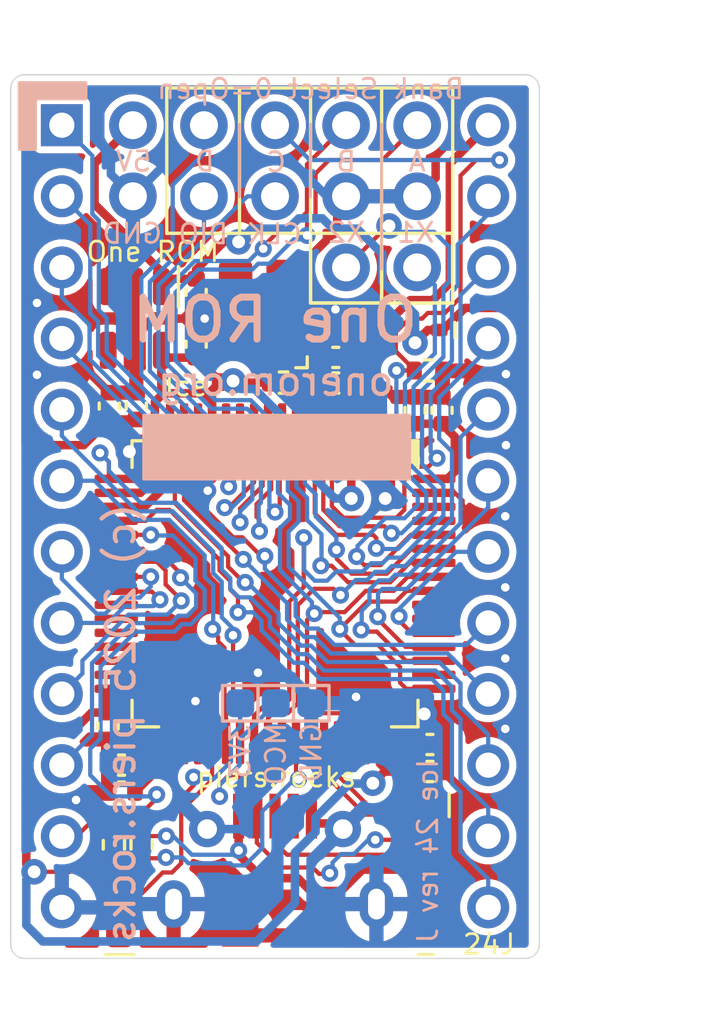
<source format=kicad_pcb>
(kicad_pcb (version 20241229) (generator "pcbnew") (generator_version "9.0")
  (layers (0 "F.Cu" signal) (2 "B.Cu" signal) (13 "F.Paste" user) (15 "B.Paste" user) (5 "F.SilkS" user "F.Silkscreen") (7 "B.SilkS" user "B.Silkscreen") (1 "F.Mask" user) (3 "B.Mask" user) (25 "Edge.Cuts" user))
  (net 0 "")
  (net 1 "Net-(U1-VCAP1)")
  (net 2 "GND")
  (net 3 "+5V")
  (net 4 "+3V3")
  (net 5 "NRST")
  (net 8 "SEL1")
  (net 9 "A2")
  (net 10 "SEL0")
  (net 12 "SEL2")
  (net 13 "BOOT0")
  (net 15 "A0")
  (net 16 "A8")
  (net 17 "D1")
  (net 18 "D4")
  (net 19 "CX1")
  (net 20 "A11")
  (net 21 "D2")
  (net 22 "A12")
  (net 24 "D5")
  (net 25 "OSC_OUT")
  (net 29 "D6")
  (net 30 "OSC_IN")
  (net 31 "A9")
  (net 32 "A4")
  (net 33 "D3")
  (net 34 "MCO")
  (net 35 "A3")
  (net 36 "A1")
  (net 37 "D7")
  (net 38 "A7")
  (net 39 "A5")
  (net 40 "A10")
  (net 41 "CS1")
  (net 43 "Net-(J6-D+)")
  (net 44 "D0")
  (net 46 "CX2")
  (net 49 "A6")
  (net 50 "Net-(D1-A)")
  (net 51 "Net-(RC4-Pad2)")
  (net 52 "Net-(RC5-Pad1)")
  (net 53 "SEL3")
  (net 55 "LED0")
  (net 56 "VBUS")
  (net 57 "Net-(J6-D-)")
  (net 60 "D-")
  (net 61 "D+")
  (net 62 "VHOST")
  (net 63 "Net-(U1-PA9)")
  (footprint "Resistor_SMD:R_0402_1005Metric" (layer "F.Cu") (at 103.461662 57.454426 -90)
    (property "Reference" "R3" (hide yes))
    (property "Value" "1K")
  )
  (footprint "Capacitor_SMD:C_0402_1005Metric" (layer "F.Cu") (at 114.2238 41.9354 90)
    (property "Reference" "C3" (hide yes))
    (property "Value" "4.7uF")
  )
  (footprint "Capacitor_SMD:C_0402_1005Metric" (layer "F.Cu") (at 103.2963 41.783 90)
    (property "Reference" "C7" (hide yes))
    (property "Value" "0.1uF")
  )
  (footprint "Package_TO_SOT_SMD:SOT-23-5" (layer "F.Cu") (at 104.206 38.6533 -90)
    (property "Reference" "U3" (hide yes))
    (property "Value" "AP2112K-3.3")
  )
  (footprint "piers_retro_footprints:PinHeader_2x05_P2.54mm_Vertical custom silkscreen" (layer "F.Cu") (at 114.3 31.75 -90)
    (property "Reference" "J2" (hide yes))
    (property "Value" "Conn_02x05_Odd_Even" (hide yes))
  )
  (footprint "Capacitor_SMD:C_0402_1005Metric" (layer "F.Cu") (at 106.4006 39.5732 90)
    (property "Reference" "C2" (hide yes))
    (property "Value" "4.7uF")
  )
  (footprint "Capacitor_SMD:C_0402_1005Metric" (layer "F.Cu") (at 106.4006 37.719 -90)
    (property "Reference" "C1" (hide yes))
    (property "Value" "4.7uF")
  )
  (footprint "Capacitor_SMD:C_0402_1005Metric" (layer "F.Cu") (at 103.7336 54.61 180)
    (property "Reference" "RC5" (hide yes))
    (property "Value" "0R/4.7uF/DNP")
  )
  (footprint "Capacitor_SMD:C_0402_1005Metric" (layer "F.Cu") (at 111.392101 40.959349)
    (property "Reference" "C10" (hide yes))
    (property "Value" "33pF")
  )
  (footprint "piers_retro_footprints:2x12 dip pin output 600mil centres no ss" (layer "F.Cu") (at 101.6 31.75)
    (property "Reference" "U2" (hide yes))
    (property "Value" "2332/2364 SOCKET" (hide yes))
  )
  (footprint "Capacitor_SMD:C_0402_1005Metric" (layer "F.Cu") (at 114.7572 53.8734 180)
    (property "Reference" "RC4" (hide yes))
    (property "Value" "0R/4.7uF/DNP")
  )
  (footprint "Package_QFP:LQFP-64_10x10mm_P0.5mm" (layer "F.Cu") (at 109.22 48.133 -90)
    (property "Reference" "U1" (hide yes))
    (property "Value" "STM32F411RET6")
  )
  (footprint "Capacitor_SMD:C_0402_1005Metric" (layer "F.Cu") (at 104.2615 41.783 90)
    (property "Reference" "C5" (hide yes))
    (property "Value" "0.1uF")
  )
  (footprint "Capacitor_SMD:C_0402_1005Metric" (layer "F.Cu") (at 103.251 53.213 -90)
    (property "Reference" "C4" (hide yes))
    (property "Value" "0.1uF")
  )
  (footprint "Resistor_SMD:R_0402_1005Metric" (layer "F.Cu") (at 114.7064 40.513)
    (property "Reference" "R2" (hide yes))
    (property "Value" "4K7")
  )
  (footprint "Capacitor_SMD:C_0402_1005Metric" (layer "F.Cu") (at 103.7336 55.5752 180)
    (property "Reference" "C9" (hide yes))
    (property "Value" "4.7uF/DNP/DNP")
  )
  (footprint "Crystal:Crystal_SMD_3225-4Pin_3.2x2.5mm" (layer "F.Cu") (at 108.6612 38.354 90)
    (property "Reference" "Y1" (hide yes))
    (property "Value" "12MHz")
  )
  (footprint "Package_TO_SOT_SMD:SOT-666" (layer "F.Cu") (at 114.4524 56.9214 -90)
    (property "Reference" "U4" (hide yes))
    (property "Value" "USBLC6-2P6")
  )
  (footprint "Capacitor_SMD:C_0402_1005Metric" (layer "F.Cu") (at 114.7572 54.8386)
    (property "Reference" "C6" (hide yes))
    (property "Value" "0.1uF")
  )
  (footprint "Diode_SMD:D_SOD-323" (layer "F.Cu") (at 114.0374 39.0652 180)
    (property "Reference" "D2" (hide yes))
    (property "Value" "1N5819WS")
  )
  (footprint "Connector_PinHeader_2.54mm:PinHeader_1x02_P2.54mm_Vertical" (layer "F.Cu") (at 114.3 36.83 -90)
    (property "Reference" "J3" (hide yes))
    (property "Value" "Conn_01x02_Pin" (hide yes))
  )
  (footprint "Resistor_SMD:R_0402_1005Metric" (layer "F.Cu") (at 104.452262 57.454426 -90)
    (property "Reference" "R4" (hide yes))
    (property "Value" "10K")
  )
  (footprint "Diode_SMD:D_SOD-323" (layer "F.Cu") (at 114.6048 59.7662 90)
    (property "Reference" "D3" (hide yes))
    (property "Value" "1N5819WS" (hide yes))
  )
  (footprint "Capacitor_SMD:C_0402_1005Metric" (layer "F.Cu") (at 115.189 41.9354 90)
    (property "Reference" "C8" (hide yes))
    (property "Value" "0.1uF")
  )
  (footprint "Capacitor_SMD:C_0402_1005Metric" (layer "F.Cu") (at 111.392101 40.044949)
    (property "Reference" "C11" (hide yes))
    (property "Value" "33pF")
  )
  (footprint "LED_SMD:LED_0603_1608Metric" (layer "F.Cu") (at 103.6574 59.8932 90)
    (property "Reference" "D1" (hide yes))
    (property "Value" "LED_Small" (hide yes))
  )
  (footprint "piers global:USB_Micro-B_micro_xnj_073_C404969" (layer "F.Cu") (at 109.22 57.8935)
    (property "Reference" "J6" (hide yes))
    (property "Value" "USB_B_Micro")
  )
  (footprint "Resistor_SMD:R_0402_1005Metric" (layer "F.Cu") (at 109.5248 40.9448)
    (property "Reference" "R1" (hide yes))
    (property "Value" "4K7")
  )
  (footprint "piers retro footprints:1mm smd test point small ss" (layer "B.Cu") (at 107.9754 52.4002)
    (property "Reference" "TP2" (hide yes))
    (property "Value" "TestPoint" (hide yes))
  )
  (footprint "piers retro footprints:1mm smd test point small ss" (layer "B.Cu") (at 109.2454 52.4002)
    (property "Reference" "TP3" (hide yes))
    (property "Value" "TestPoint" (hide yes))
  )
  (footprint "piers retro footprints:1mm smd test point small ss" (layer "B.Cu") (at 110.5154 52.4002)
    (property "Reference" "TP1" (hide yes))
    (property "Value" "TestPoint" (hide yes))
  )
  (gr_poly (pts (xy 100.076 30.226) (xy 102.4636 30.226) (xy 102.4636 30.8102) (xy 100.6602 30.8102) (xy 100.6602 32.6136) (xy 100.076 32.6136) (xy 100.076 30.8356)) (stroke (width 0.1)) (fill yes) (layer "F.SilkS"))
  (gr_line (start 110.49 38.1) (end 110.49 35.6108) (stroke (width 0.127)) (layer "F.SilkS"))
  (gr_line (start 113.03 38.1) (end 113.03 35.6108) (stroke (width 0.127)) (layer "F.SilkS"))
  (gr_line (start 115.57 38.1) (end 110.49 38.1) (stroke (width 0.127)) (layer "F.SilkS"))
  (gr_line (start 115.57 38.1) (end 115.57 35.6108) (stroke (width 0.127)) (layer "F.SilkS"))
  (gr_rect (start 104.5254 42.106964) (end 114.0328 44.392964) (stroke (width 0.1)) (fill yes) (layer "B.SilkS"))
  (gr_line (start 113.03 31.7104) (end 113.03 34.3012) (stroke (width 0.1)) (layer "B.SilkS"))
  (gr_line (start 113.03 34.3012) (end 113.03 36.892) (stroke (width 0.1)) (layer "B.SilkS"))
  (gr_line (start 110.49 31.7104) (end 110.49 34.3012) (stroke (width 0.1)) (layer "B.SilkS"))
  (gr_line (start 107.95 31.715) (end 107.95 34.3058) (stroke (width 0.1)) (layer "B.SilkS"))
  (gr_poly (pts (xy 100.076 30.226) (xy 100.076 32.6136) (xy 100.6602 32.6136) (xy 100.6602 30.8102) (xy 102.4636 30.8102) (xy 102.4636 30.226) (xy 100.6856 30.226)) (stroke (width 0.1)) (fill yes) (layer "B.SilkS"))
  (gr_line (start 118.6688 30.4546) (end 118.6688 61.00719) (stroke (width 0.05)) (layer "Edge.Cuts"))
  (gr_arc (start 118.1608 29.9466) (mid 118.52001 30.09539) (end 118.6688 30.4546) (stroke (width 0.05)) (layer "Edge.Cuts"))
  (gr_line (start 100.27899 29.9466) (end 118.1608 29.9466) (stroke (width 0.05)) (layer "Edge.Cuts"))
  (gr_arc (start 99.77099 30.4546) (mid 99.91978 30.09539) (end 100.27899 29.9466) (stroke (width 0.05)) (layer "Edge.Cuts"))
  (gr_arc (start 118.6688 61.00719) (mid 118.52001 61.3664) (end 118.1608 61.51519) (stroke (width 0.05)) (layer "Edge.Cuts"))
  (gr_line (start 99.7712 61.00719) (end 99.77099 30.4546) (stroke (width 0.05)) (layer "Edge.Cuts"))
  (gr_arc (start 100.2792 61.51519) (mid 99.91999 61.3664) (end 99.7712 61.00719) (stroke (width 0.05)) (layer "Edge.Cuts"))
  (gr_line (start 118.1608 61.51519) (end 100.2792 61.51519) (stroke (width 0.05)) (layer "Edge.Cuts"))
  (gr_text "Ice" (at 106.045 41.0718 0) (layer "F.SilkS") (effects (font (size 0.7 0.7) (thickness 0.1))))
  (gr_text "piers.rocks" (at 109.2708 55.0418 0) (layer "F.SilkS") (effects (font (size 0.7 0.7) (thickness 0.1))))
  (gr_text "24J" (at 116.8654 61.0108 0) (layer "F.SilkS") (effects (font (size 0.7 0.7) (thickness 0.1))))
  (gr_text "One ROM" (at 104.8512 36.2712 0) (layer "F.SilkS") (effects (font (size 0.7 0.7) (thickness 0.1))))
  (gr_text "(c) 2025 piers.rocks" (at 103.7082 53.1114 90) (layer "B.SilkS") (effects (font (size 1 1)) (justify mirror)))
  (gr_text "GND" (at 104.1146 35.62 0) (layer "B.SilkS") (effects (font (size 0.7 0.7) (thickness 0.1)) (justify mirror)))
  (gr_text "GND" (at 110.5154 53.0352 90) (layer "B.SilkS") (effects (font (size 0.7 0.7) (thickness 0.1)) (justify left mirror)))
  (gr_text "B" (at 111.76 33.0454 0) (layer "B.SilkS") (effects (font (size 0.7 0.7) (thickness 0.1)) (justify mirror)))
  (gr_text "Bank Select 0=Open" (at 110.49 30.4546 0) (layer "B.SilkS") (effects (font (size 0.7 0.7) (thickness 0.1)) (justify mirror)))
  (gr_text "X2" (at 111.76 35.5854 0) (layer "B.SilkS") (effects (font (size 0.7 0.7) (thickness 0.1)) (justify mirror)))
  (gr_text "3V3" (at 107.9754 53.086 90) (layer "B.SilkS") (effects (font (size 0.7 0.7) (thickness 0.1)) (justify left mirror)))
  (gr_text "MCO" (at 109.2454 53.0352 90) (layer "B.SilkS") (effects (font (size 0.7 0.7) (thickness 0.1)) (justify left mirror)))
  (gr_text "A" (at 114.3 33.0454 0) (layer "B.SilkS") (effects (font (size 0.7 0.7) (thickness 0.1)) (justify mirror)))
  (gr_text "D" (at 106.7054 33.0454 0) (layer "B.SilkS") (effects (font (size 0.7 0.7) (thickness 0.1)) (justify mirror)))
  (gr_text "5V" (at 104.1654 33.0454 0) (layer "B.SilkS") (effects (font (size 0.7 0.7) (thickness 0.1)) (justify mirror)))
  (gr_text "Ice 24 rev J" (at 114.681 57.6834 90) (layer "B.SilkS") (effects (font (size 0.7 0.7) (thickness 0.1)) (justify mirror)))
  (gr_text "One ROM" (at 109.22 38.7096 0) (layer "B.SilkS") (effects (font (size 1.5 1.5) (thickness 0.25)) (justify mirror)))
  (gr_text "DIO" (at 106.6546 35.6362 0) (layer "B.SilkS") (effects (font (size 0.7 0.7) (thickness 0.1)) (justify mirror)))
  (gr_text "X1" (at 114.2492 35.5854 0) (layer "B.SilkS") (effects (font (size 0.7 0.7) (thickness 0.1)) (justify mirror)))
  (gr_text "CLK" (at 109.1946 35.6362 0) (layer "B.SilkS") (effects (font (size 0.7 0.7) (thickness 0.1)) (justify mirror)))
  (gr_text "onerom.org" (at 109.2454 40.894 0) (layer "B.SilkS") (effects (font (size 1 1)) (justify mirror)))
  (gr_text "C" (at 109.2604 33.0708 0) (layer "B.SilkS") (effects (font (size 0.7 0.7) (thickness 0.1)) (justify mirror)))
  (segment (start 104.541757 50.883) (end 103.545 50.883) (width 0.3048) (layer "F.Cu") (net 1))
  (segment (start 104.8766 54.9122) (end 104.8766 52.9082) (width 0.3048) (layer "F.Cu") (net 1))
  (segment (start 104.8766 52.9082) (end 105.2322 52.5526) (width 0.3048) (layer "F.Cu") (net 1))
  (segment (start 104.2136 55.5752) (end 104.8766 54.9122) (width 0.3048) (layer "F.Cu") (net 1))
  (segment (start 105.2322 52.5526) (end 105.2322 51.573443) (width 0.3048) (layer "F.Cu") (net 1))
  (segment (start 105.2322 51.573443) (end 104.541757 50.883) (width 0.3048) (layer "F.Cu") (net 1))
  (segment (start 111.902101 40.959349) (end 111.902101 40.074949) (width 0.3048) (layer "F.Cu") (net 2))
  (segment (start 111.4425 35.4711) (end 109.6596 37.254) (width 0.3048) (layer "F.Cu") (net 2))
  (segment (start 111.902101 40.959349) (end 112.456651 40.959349) (width 0.3048) (layer "F.Cu") (net 2))
  (segment (start 111.872101 40.044949) (end 111.859 40.031848) (width 0.3048) (layer "F.Cu") (net 2))
  (segment (start 106.4006 38.199) (end 106.4006 38.6334) (width 0.3048) (layer "F.Cu") (net 2))
  (segment (start 111.859 40.031848) (end 111.859 39.8754) (width 0.3048) (layer "F.Cu") (net 2))
  (segment (start 115.2164 40.513) (end 115.3434 40.64) (width 0.3048) (layer "F.Cu") (net 2))
  (segment (start 103.3526 53.6956) (end 103.3526 54.61) (width 0.3048) (layer "F.Cu") (net 2))
  (segment (start 109.5112 37.254) (end 109.5112 37.0214) (width 0.3048) (layer "F.Cu") (net 2))
  (segment (start 111.7346 39.8018) (end 111.859 39.8018) (width 0.1524) (layer "F.Cu") (net 2))
  (segment (start 115.6474 44.883) (end 115.9256 45.1612) (width 0.1524) (layer "F.Cu") (net 2))
  (segment (start 104.188401 43.431601) (end 104.766567 44.009767) (width 0.3048) (layer "F.Cu") (net 2))
  (segment (start 104.036001 43.431601) (end 104.188401 43.431601) (width 0.3048) (layer "F.Cu") (net 2))
  (segment (start 115.189 41.4554) (end 115.7604 42.0268) (width 0.1524) (layer "F.Cu") (net 2))
  (segment (start 103.251 54.6074) (end 103.2536 54.61) (width 0.3048) (layer "F.Cu") (net 2))
  (segment (start 104.409767 44.883) (end 103.545 44.883) (width 0.3048) (layer "F.Cu") (net 2))
  (segment (start 104.766567 44.5262) (end 104.409767 44.883) (width 0.3048) (layer "F.Cu") (net 2))
  (segment (start 106.4006 38.6334) (end 106.4006 39.0932) (width 0.3048) (layer "F.Cu") (net 2))
  (segment (start 111.645 56.8935) (end 111.4443 56.6928) (width 0.3048) (layer "F.Cu") (net 2))
  (segment (start 116.4844 43.18) (end 117.475 43.18) (width 0.1524) (layer "F.Cu") (net 2))
  (segment (start 115.7604 42.0268) (end 115.7604 42.456) (width 0.1524) (layer "F.Cu") (net 2))
  (segment (start 115.9256 45.3136) (end 116.332 45.72) (width 0.1524) (layer "F.Cu") (net 2))
  (segment (start 114.3 34.29) (end 114.9604 33.6296) (width 0.3048) (layer "F.Cu") (net 2))
  (segment (start 115.2164 40.513) (end 115.2164 41.428) (width 0.3048) (layer "F.Cu") (net 2))
  (segment (start 114.552 52.781394) (end 114.450206 52.6796) (width 0.3048) (layer "F.Cu") (net 2))
  (segment (start 106.3752 38.6588) (end 106.4006 38.6334) (width 0.3048) (layer "F.Cu") (net 2))
  (segment (start 107.8112 39.1532) (end 107.8112 39.454) (width 0.3048) (layer "F.Cu") (net 2))
  (segment (start 116.332 45.72) (end 117.4496 45.72) (width 0.1524) (layer "F.Cu") (net 2))
  (segment (start 107.4504 39.0932) (end 107.8112 39.454) (width 0.3048) (layer "F.Cu") (net 2))
  (segment (start 111.4425 34.6075) (end 111.76 34.29) (width 0.3048) (layer "F.Cu") (net 2))
  (segment (start 114.9604 33.6296) (end 114.9604 33.02) (width 0.3048) (layer "F.Cu") (net 2))
  (segment (start 111.902101 40.074949) (end 111.872101 40.044949) (width 0.3048) (layer "F.Cu") (net 2))
  (segment (start 111.859 39.8018) (end 112.0368 39.9796) (width 0.1524) (layer "F.Cu") (net 2))
  (segment (start 112.456651 40.959349) (end 112.8014 40.6146) (width 0.3048) (layer "F.Cu") (net 2))
  (segment (start 111.8489 34.3789) (end 111.76 34.29) (width 0.3048) (layer "F.Cu") (net 2))
  (segment (start 114.4524 55.6234) (end 114.4524 55.9964) (width 0.3048) (layer "F.Cu") (net 2))
  (segment (start 107.4674 42.4606) (end 107.47 42.458) (width 0.3048) (layer "F.Cu") (net 2))
  (segment (start 115.2398 54.8386) (end 115.7732 55.372) (width 0.3048) (layer "F.Cu") (net 2))
  (segment (start 115.2372 54.8386) (end 114.4524 55.6234) (width 0.3048) (layer "F.Cu") (net 2))
  (segment (start 115.7732 55.372) (end 115.9002 55.499) (width 0.3048) (layer "F.Cu") (net 2))
  (segment (start 114.895 44.883) (end 115.6474 44.883) (width 0.1524) (layer "F.Cu") (net 2))
  (segment (start 107.47 43.8908) (end 107.47 42.458) (width 0.3048) (layer "F.Cu") (net 2))
  (segment (start 106.4006 39.0932) (end 107.4504 39.0932) (width 0.3048) (layer "F.Cu") (net 2))
  (segment (start 111.4443 56.6928) (end 110.7818 56.6928) (width 0.3048) (layer "F.Cu") (net 2))
  (segment (start 109.5112 37.254) (end 109.517 37.254) (width 0.3048) (layer "F.Cu") (net 2))
  (segment (start 111.8489 34.6837) (end 111.8489 34.3789) (width 0.3048) (layer "F.Cu") (net 2))
  (segment (start 109.5112 37.7562) (end 109.5112 37.254) (width 0.3048) (layer "F.Cu") (net 2))
  (segment (start 106.7054 38.6588) (end 106.7054 38.5038) (width 0.3048) (layer "F.Cu") (net 2))
  (segment (start 115.2271 30.48) (end 115.5319 30.7848) (width 0.3048) (layer "F.Cu") (net 2))
  (segment (start 115.3434 40.64) (end 117.475 40.64) (width 0.3048) (layer "F.Cu") (net 2))
  (segment (start 103.0224 30.8102) (end 103.3526 30.48) (width 0.3048) (layer "F.Cu") (net 2))
  (segment (start 105.9408 38.6588) (end 105.3592 38.6588) (width 0.3048) (layer "F.Cu") (net 2))
  (segment (start 111.4425 35.4711) (end 111.4425 34.6075) (width 0.3048) (layer "F.Cu") (net 2))
  (segment (start 104.013 43.4086) (end 104.036001 43.431601) (width 0.3048) (layer "F.Cu") (net 2))
  (segment (start 103.1494 53.6702) (end 103.1494 54.5846) (width 0.3048) (layer "F.Cu") (net 2))
  (segment (start 109.6596 37.254) (end 109.5112 37.254) (width 0.3048) (layer "F.Cu") (net 2))
  (segment (start 110.7818 56.6928) (end 110.52 56.431) (width 0.3048) (layer "F.Cu") (net 2))
  (segment (start 115.2164 41.428) (end 115.189 41.4554) (width 0.3048) (layer "F.Cu") (net 2))
  (segment (start 106.815008 44.545792) (end 107.47 43.8908) (width 0.3048) (layer "F.Cu") (net 2))
  (segment (start 100.609261 40.64) (end 102.6333 40.64) (width 0.3048) (layer "F.Cu") (net 2))
  (segment (start 115.7604 42.456) (end 116.4844 43.18) (width 0.1524) (layer "F.Cu") (net 2))
  (segment (start 112.1156 52.1716) (end 112.141 52.1462) (width 0.1524) (layer "F.Cu") (net 2))
  (segment (start 105.9408 38.6588) (end 106.3752 38.6588) (width 0.3048) (layer "F.Cu") (net 2))
  (segment (start 103.3526 30.48) (end 115.2271 30.48) (width 0.3048) (layer "F.Cu") (net 2))
  (segment (start 104.766567 44.009767) (end 104.766567 44.5262) (width 0.3048) (layer "F.Cu") (net 2))
  (segment (start 115.2372 54.8386) (end 115.2398 54.8386) (width 0.3048) (layer "F.Cu") (net 2))
  (segment (start 102.6333 40.64) (end 103.2963 41.303) (width 0.3048) (layer "F.Cu") (net 2))
  (segment (start 106.815008 44.804883) (end 106.815008 44.545792) (width 0.3048) (layer "F.Cu") (net 2))
  (segment (start 105.9408 38.6588) (end 106.4006 38.199) (width 0.3048) (layer "F.Cu") (net 2))
  (segment (start 105.9662 38.6588) (end 106.4006 39.0932) (width 0.3048) (layer "F.Cu") (net 2))
  (segment (start 115.9256 45.1612) (end 115.9256 45.3136) (width 0.1524) (layer "F.Cu") (net 2))
  (segment (start 109.517 37.254) (end 110.5916 38.3286) (width 0.3048) (layer "F.Cu") (net 2))
  (via (at 106.7054 38.6588) (size 0.6096) (drill 0.3048) (layers "F.Cu" "B.Cu") (net 2))
  (via (at 112.1156 52.1716) (size 0.6096) (drill 0.3048) (layers "F.Cu" "B.Cu") (net 2))
  (via (at 102.108 55.8546) (size 0.6096) (drill 0.3048) (layers "F.Cu" "B.Cu") (net 2))
  (via (at 106.3752 52.324) (size 0.6096) (drill 0.3048) (layers "F.Cu" "B.Cu") (net 2))
  (via (at 117.4496 48.26) (size 0.6096) (drill 0.3048) (layers "F.Cu" "B.Cu") (net 2))
  (via (at 114.552 52.781394) (size 0.9144) (drill 0.4572) (layers "F.Cu" "B.Cu") (net 2))
  (via (at 113.157 45.085165) (size 0.9144) (drill 0.4572) (layers "F.Cu" "B.Cu") (net 2))
  (via (at 100.711 38.1) (size 0.6096) (drill 0.3048) (layers "F.Cu" "B.Cu") (net 2))
  (via (at 111.379 38.3286) (size 0.6096) (drill 0.3048) (layers "F.Cu" "B.Cu") (net 2))
  (via (at 104.013 43.4086) (size 0.9144) (drill 0.4572) (layers "F.Cu" "B.Cu") (net 2))
  (via (at 117.475 40.64) (size 0.6096) (drill 0.3048) (layers "F.Cu" "B.Cu") (net 2))
  (via (at 108.6104 51.308) (size 0.6096) (drill 0.3048) (layers "F.Cu" "B.Cu") (net 2))
  (via (at 117.4496 45.72) (size 0.6096) (drill 0.3048) (layers "F.Cu" "B.Cu") (net 2))
  (via (at 100.711 40.6654) (size 0.6096) (drill 0.3048) (layers "F.Cu" "B.Cu") (net 2))
  (via (at 106.815008 44.804883) (size 0.6096) (drill 0.3048) (layers "F.Cu" "B.Cu") (net 2))
  (via (at 117.4496 50.8) (size 0.6096) (drill 0.3048) (layers "F.Cu" "B.Cu") (net 2))
  (via (at 117.475 43.18) (size 0.6096) (drill 0.3048) (layers "F.Cu" "B.Cu") (net 2))
  (via (at 117.4496 53.3146) (size 0.6096) (drill 0.3048) (layers "F.Cu" "B.Cu") (net 2))
  (segment (start 114.3 33.9598) (end 114.3 34.29) (width 0.3048) (layer "B.Cu") (net 2))
  (segment (start 109.649346 51.5112) (end 110.5154 52.377254) (width 0.3048) (layer "B.Cu") (net 2))
  (segment (start 103.3526 33.5026) (end 104.14 34.29) (width 0.3048) (layer "B.Cu") (net 2))
  (segment (start 117.53041 60.98079) (end 116.1542 60.98079) (width 0.3048) (layer "B.Cu") (net 2))
  (segment (start 102.9716 32.3596) (end 103.3526 32.7406) (width 0.3048) (layer "B.Cu") (net 2))
  (segment (start 106.795 56.8935) (end 107.9779 56.8935) (width 0.3048) (layer "B.Cu") (net 2))
  (segment (start 103.3526 32.7406) (end 103.3526 33.5026) (width 0.3048) (layer "B.Cu") (net 2))
  (segment (start 110.5154 52.4002) (end 110.5154 52.1462) (width 0.3048) (layer "B.Cu") (net 2))
  (segment (start 112.3029 56.2356) (end 112.7252 56.2356) (width 0.3048) (layer "B.Cu") (net 2))
  (segment (start 105.1814 33.2486) (end 105.1814 32.9946) (width 0.3048) (layer "B.Cu") (net 2))
  (segment (start 111.76 34.29) (end 111.0742 34.29) (width 0.3048) (layer "B.Cu") (net 2))
  (segment (start 102.9716 30.9626) (end 102.9716 32.3596) (width 0.3048) (layer "B.Cu") (net 2))
  (segment (start 104.14 34.29) (end 105.1814 33.2486) (width 0.3048) (layer "B.Cu") (net 2))
  (segment (start 111.0742 34.29) (end 110.3122 33.528) (width 0.3048) (layer "B.Cu") (net 2))
  (segment (start 118.1066 60.4046) (end 117.53041 60.98079) (width 0.3048) (layer "B.Cu") (net 2))
  (segment (start 110.5154 52.377254) (end 110.5154 52.4002) (width 0.3048) (layer "B.Cu") (net 2))
  (segment (start 107.9779 56.8935) (end 108.1024 56.769) (width 0.3048) (layer "B.Cu") (net 2))
  (segment (start 110.5154 52.1462) (end 109.7026 51.3334) (width 0.3048) (layer "B.Cu") (net 2))
  (segment (start 111.645 56.8935) (end 112.3029 56.2356) (width 0.3048) (layer "B.Cu") (net 2))
  (segment (start 104.1654 36.4744) (end 104.648 36.4744) (width 0.3048) (layer "F.Cu") (net 3))
  (segment (start 114.678666 39.0652) (end 114.2238 39.520066) (width 0.3048) (layer "F.Cu") (net 3))
  (segment (start 104.1654 35.9664) (end 104.1654 36.4744) (width 0.3048) (layer "F.Cu") (net 3))
  (segment (start 106.4006 37.239) (end 105.4328 37.239) (width 0.3048) (layer "F.Cu") (net 3))
  (segment (start 103.7336 36.4744) (end 104.1654 36.4744) (width 0.3048) (layer "F.Cu") (net 3))
  (segment (start 117.7544 38.2778) (end 118.0846 38.608) (width 0.3048) (layer "F.Cu") (net 3))
  (segment (start 106.4006 36.9062) (end 106.4006 37.239) (width 0.3048) (layer "F.Cu") (net 3))
  (segment (start 102.7684 33.1216) (end 102.7684 34.5694) (width 0.3048) (layer "F.Cu") (net 3))
  (segment (start 103.256 36.952) (end 103.7336 36.4744) (width 0.3048) (layer "F.Cu") (net 3))
  (segment (start 107.3912 35.9156) (end 106.4006 36.9062) (width 0.3048) (layer "F.Cu") (net 3))
  (segment (start 107.918926 35.9156) (end 107.715726 35.7124) (width 0.3048) (layer "F.Cu") (net 3))
  (segment (start 118.0846 38.608) (end 118.0846 60.2996) (width 0.3048) (layer "F.Cu") (net 3))
  (segment (start 104.648 36.4744) (end 105.156 36.9824) (width 0.3048) (layer "F.Cu") (net 3))
  (segment (start 107.918926 35.9156) (end 107.3912 35.9156) (width 0.3048) (layer "F.Cu") (net 3))
  (segment (start 117.5426 60.8416) (end 114.808 60.8416) (width 0.3048) (layer "F.Cu") (net 3))
  (segment (start 105.4328 37.239) (end 105.156 37.5158) (width 0.3048) (layer "F.Cu") (net 3))
  (segment (start 105.156 36.9824) (end 105.156 37.5158) (width 0.3048) (layer "F.Cu") (net 3))
  (segment (start 115.2484 39.0398) (end 116.0104 38.2778) (width 0.3048) (layer "F.Cu") (net 3))
  (segment (start 102.7684 34.5694) (end 104.1654 35.9664) (width 0.3048) (layer "F.Cu") (net 3))
  (segment (start 103.256 37.5158) (end 103.256 36.952) (width 0.3048) (layer "F.Cu") (net 3))
  (segment (start 116.0104 38.2778) (end 117.7544 38.2778) (width 0.3048) (layer "F.Cu") (net 3))
  (segment (start 118.0846 60.2996) (end 117.5426 60.8416) (width 0.3048) (layer "F.Cu") (net 3))
  (segment (start 114.2238 39.520066) (end 114.2238 39.367334) (width 0.3048) (layer "F.Cu") (net 3))
  (segment (start 104.14 31.75) (end 102.7684 33.1216) (width 0.3048) (layer "F.Cu") (net 3))
  (segment (start 115.0874 39.0652) (end 114.678666 39.0652) (width 0.3048) (layer "F.Cu") (net 3))
  (via (at 107.918926 35.9156) (size 0.9144) (drill 0.4572) (layers "F.Cu" "B.Cu") (net 3))
  (via (at 114.2238 39.520066) (size 0.9144) (drill 0.4572) (layers "F.Cu" "B.Cu") (net 3))
  (segment (start 109.698749 35.4458) (end 110.067149 35.0774) (width 0.3048) (layer "B.Cu") (net 3))
  (segment (start 114.2238 38.5064) (end 114.2238 39.520066) (width 0.3048) (layer "B.Cu") (net 3))
  (segment (start 113.0554 37.338) (end 114.2238 38.5064) (width 0.3048) (layer "B.Cu") (net 3))
  (segment (start 108.740434 35.444983) (end 108.741251 35.4458) (width 0.3048) (layer "B.Cu") (net 3))
  (segment (start 108.741251 35.4458) (end 109.698749 35.4458) (width 0.3048) (layer "B.Cu") (net 3))
  (segment (start 107.918926 35.9156) (end 107.918926 35.692674) (width 0.3048) (layer "B.Cu") (net 3))
  (segment (start 108.389543 35.444983) (end 108.740434 35.444983) (width 0.3048) (layer "B.Cu") (net 3))
  (segment (start 110.912851 35.0774) (end 111.281251 35.4458) (width 0.3048) (layer "B.Cu") (net 3))
  (segment (start 112.1538 35.4458) (end 113.0554 36.3474) (width 0.3048) (layer "B.Cu") (net 3))
  (segment (start 107.918926 35.9156) (end 108.389543 35.444983) (width 0.3048) (layer "B.Cu") (net 3))
  (segment (start 111.281251 35.4458) (end 112.1538 35.4458) (width 0.3048) (layer "B.Cu") (net 3))
  (segment (start 113.0554 36.3474) (end 113.0554 37.338) (width 0.3048) (layer "B.Cu") (net 3))
  (segment (start 110.067149 35.0774) (end 110.912851 35.0774) (width 0.3048) (layer "B.Cu") (net 3))
  (segment (start 100.9142 53.3654) (end 100.5332 53.3654) (width 0.3048) (layer "F.Cu") (net 4))
  (segment (start 106.553 41.3258) (end 106.7308 41.3258) (width 0.3048) (layer "F.Cu") (net 4))
  (segment (start 100.5332 53.3654) (end 100.33 53.5686) (width 0.3048) (layer "F.Cu") (net 4))
  (segment (start 112.9258 43.31781) (end 112.9258 43.3096) (width 0.3048) (layer "F.Cu") (net 4))
  (segment (start 115.383 44.383) (end 114.895 44.383) (width 0.3048) (layer "F.Cu") (net 4))
  (segment (start 105.224767 43.819974) (end 104.9274 43.522608) (width 0.3048) (layer "F.Cu") (net 4))
  (segment (start 107.599 40.7636) (end 107.4226 40.7636) (width 0.3048) (layer "F.Cu") (net 4))
  (segment (start 112.97 42.458) (end 112.960345 42.448345) (width 0.3048) (layer "F.Cu") (net 4))
  (segment (start 100.5332 53.3654) (end 100.33 53.1622) (width 0.3048) (layer "F.Cu") (net 4))
  (segment (start 106.97 41.2162) (end 106.97 42.458) (width 0.3048) (layer "F.Cu") (net 4))
  (segment (start 102.6642 52.733) (end 102.0318 53.3654) (width 0.3048) (layer "F.Cu") (net 4))
  (segment (start 107.7802 40.9448) (end 107.7214 40.886) (width 0.3048) (layer "F.Cu") (net 4))
  (segment (start 107.1004 41.0858) (end 106.97 41.2162) (width 0.3048) (layer "F.Cu") (net 4))
  (segment (start 115.189 42.4154) (end 115.189 42.42483) (width 0.3048) (layer "F.Cu") (net 4))
  (segment (start 103.545 51.883) (end 103.3872 51.883) (width 0.3048) (layer "F.Cu") (net 4))
  (segment (start 102.2858 43.18) (end 102.3793 43.18) (width 0.3048) (layer "F.Cu") (net 4))
  (segment (start 112.97 43.2654) (end 112.97 42.458) (width 0.3048) (layer "F.Cu") (net 4))
  (segment (start 113.8174 54.8386) (end 114.2772 54.8386) (width 0.3048) (layer "F.Cu") (net 4))
  (segment (start 107.7214 40.886) (end 107.599 40.7636) (width 0.3048) (layer "F.Cu") (net 4))
  (segment (start 106.8604 41.3258) (end 106.7308 41.3258) (width 0.3048) (layer "F.Cu") (net 4))
  (segment (start 107.1004 41.0858) (end 107.5216 41.0858) (width 0.3048) (layer "F.Cu") (net 4))
  (segment (start 101.6254 58.42) (end 101.882216 58.42) (width 0.1524) (layer "F.Cu") (net 4))
  (segment (start 100.33 53.1622) (end 100.33 53.0352) (width 0.3048) (layer "F.Cu") (net 4))
  (segment (start 114.2238 42.4154) (end 115.189 42.4154) (width 0.3048) (layer "F.Cu") (net 4))
  (segment (start 103.545 51.883) (end 103.494169 51.883) (width 0.3048) (layer "F.Cu") (net 4))
  (segment (start 113.8174 54.8386) (end 113.2586 54.8386) (width 0.3048) (layer "F.Cu") (net 4))
  (segment (start 100.8888 43.18) (end 102.2858 43.18) (width 0.3048) (layer "F.Cu") (net 4))
  (segment (start 107.5216 41.0858) (end 107.7214 40.886) (width 0.3048) (layer "F.Cu") (net 4))
  (segment (start 100.33 53.4416) (end 100.33 53.1622) (width 0.3048) (layer "F.Cu") (net 4))
  (segment (start 107.4226 40.7636) (end 107.1004 41.0858) (width 0.3048) (layer "F.Cu") (net 4))
  (segment (start 100.33 57.7596) (end 100.33 58.1406) (width 0.3048) (layer "F.Cu") (net 4))
  (segment (start 103.545 45.383) (end 102.4704 45.383) (width 0.3048) (layer "F.Cu") (net 4))
  (segment (start 103.3272 57.0738) (end 103.3272 56.9448) (width 0.1524) (layer "F.Cu") (net 4))
  (segment (start 100.33 57.7596) (end 100.33 53.5686) (width 0.3048) (layer "F.Cu") (net 4))
  (segment (start 103.2963 42.263) (end 104.2615 42.263) (width 0.3048) (layer "F.Cu") (net 4))
  (segment (start 112.9792 42.4488) (end 112.97 42.458) (width 0.3048) (layer "F.Cu") (net 4))
  (segment (start 102.1334 45.72) (end 100.33 45.72) (width 0.3048) (layer "F.Cu") (net 4))
  (segment (start 104.9274 41.6306) (end 105.2322 41.3258) (width 0.3048) (layer "F.Cu") (net 4))
  (segment (start 102.0318 53.3654) (end 100.9142 53.3654) (width 0.3048) (layer "F.Cu") (net 4))
  (segment (start 111.9462 44.29741) (end 112.9258 43.31781) (width 0.3048) (layer "F.Cu") (net 4))
  (segment (start 106.97 41.565) (end 106.7308 41.3258) (width 0.3048) (layer "F.Cu") (net 4))
  (segment (start 100.33 43.7388) (end 100.8888 43.18) (width 0.3048) (layer "F.Cu") (net 4))
  (segment (start 107.111 40.7636) (end 106.4006 40.0532) (width 0.3048) (layer "F.Cu") (net 4))
  (segment (start 101.6254 58.42) (end 100.6094 58.42) (width 0.1524) (layer "F.Cu") (net 4))
  (segment (start 102.5652 57.737015) (end 103.357789 56.944426) (width 0.1524) (layer "F.Cu") (net 4))
  (segment (start 105.156 41.2496) (end 105.2322 41.3258) (width 0.3048) (layer "F.Cu") (net 4))
  (segment (start 103.966288 56.4398) (end 105.2058 56.4398) (width 0.1524) (layer "F.Cu") (net 4))
  (segment (start 103.2002 52.07) (end 103.2002 52.5044) (width 0.3048) (layer "F.Cu") (net 4))
  (segment (start 112.9284 42.4164) (end 112.97 42.458) (width 0.1524) (layer "F.Cu") (net 4))
  (segment (start 102.465008 57.837208) (end 101.882216 58.42) (width 0.1524) (layer "F.Cu") (net 4))
  (segment (start 107.599 40.7636) (end 107.111 40.7636) (width 0.3048) (layer "F.Cu") (net 4))
  (segment (start 115.6462 44.1198) (end 115.383 44.383) (width 0.3048) (layer "F.Cu") (net 4))
  (segment (start 105.2322 41.3258) (end 106.3752 41.3258) (width 0.3048) (layer "F.Cu") (net 4))
  (segment (start 103.3872 51.883) (end 103.2002 52.07) (width 0.3048) (layer "F.Cu") (net 4))
  (segment (start 105.224767 44.715992) (end 105.224767 43.819974) (width 0.3048) (layer "F.Cu") (net 4))
  (segment (start 115.6462 42.88203) (end 115.6462 44.1198) (width 0.3048) (layer "F.Cu") (net 4))
  (segment (start 107.4226 40.7636) (end 106.8604 41.3258) (width 0.3048) (layer "F.Cu") (net 4))
  (segment (start 106.4006 40.0532) (end 105.4184 40.0532) (width 0.3048) (layer "F.Cu") (net 4))
  (segment (start 100.33 58.1406) (end 100.6094 58.42) (width 0.3048) (layer "F.Cu") (net 4))
  (segment (start 111.9462 45.085) (end 111.9462 44.29741) (width 0.3048) (layer "F.Cu") (net 4))
  (segment (start 102.4704 45.383) (end 102.1334 45.72) (width 0.3048) (layer "F.Cu") (net 4))
  (segment (start 101.882215 58.42) (end 101.6254 58.42) (width 0.1524) (layer "F.Cu") (net 4))
  (segment (start 112.9258 43.3096) (end 112.97 43.2654) (width 0.3048) (layer "F.Cu") (net 4))
  (segment (start 103.357789 56.944426) (end 103.302615 56.9996) (width 0.1524) (layer "F.Cu") (net 4))
  (segment (start 106.309412 55.336188) (end 106.309412 55.03993) (width 0.1524) (layer "F.Cu") (net 4))
  (segment (start 115.189 42.42483) (end 115.6462 42.88203) (width 0.3048) (layer "F.Cu") (net 4))
  (segment (start 105.4184 40.0532) (end 105.156 39.7908) (width 0.3048) (layer "F.Cu") (net 4))
  (segment (start 104.9274 43.522608) (end 104.9274 41.6306) (width 0.3048) (layer "F.Cu") (net 4))
  (segment (start 103.545 45.383) (end 104.557759 45.383) (width 0.3048) (layer "F.Cu") (net 4))
  (segment (start 100.33 53.0352) (end 100.33 45.72) (width 0.3048) (layer "F.Cu") (net 4))
  (segment (start 112.97 54.55) (end 112.97 53.808) (width 0.3048) (layer "F.Cu") (net 4))
  (segment (start 106.3752 41.3258) (end 106.553 41.3258) (width 0.3048) (layer "F.Cu") (net 4))
  (segment (start 103.251 52.733) (end 102.6642 52.733) (width 0.3048) (layer "F.Cu") (net 4))
  (segment (start 102.465008 57.837208) (end 101.882215 58.42) (width 0.1524) (layer "F.Cu") (net 4))
  (segment (start 100.33 45.72) (end 100.33 43.7388) (width 0.3048) (layer "F.Cu") (net 4))
  (segment (start 102.3793 43.18) (end 103.2963 42.263) (width 0.3048) (layer "F.Cu") (net 4))
  (segment (start 113.0126 42.4154) (end 112.97 42.458) (width 0.3048) (layer "F.Cu") (net 4))
  (segment (start 112.715167 55.255033) (end 113.1316 54.8386) (width 0.3048) (layer "F.Cu") (net 4))
  (segment (start 103.357789 56.944426) (end 102.465008 57.837208) (width 0.1524) (layer "F.Cu") (net 4))
  (segment (start 105.2058 56.4398) (end 106.309412 55.336188) (width 0.1524) (layer "F.Cu") (net 4))
  (segment (start 114.4778 42.4154) (end 113.0126 42.4154) (width 0.3048) (layer "F.Cu") (net 4))
  (segment (start 115.2814 44.383) (end 114.895 44.383) (width 0.3048) (layer "F.Cu") (net 4))
  (segment (start 106.97 42.458) (end 106.97 41.565) (width 0.3048) (layer "F.Cu") (net 4))
  (segment (start 104.557759 45.383) (end 105.224767 44.715992) (width 0.3048) (layer "F.Cu") (net 4))
  (segment (start 105.156 39.7908) (end 105.156 41.2496) (width 0.3048) (layer "F.Cu") (net 4))
  (segment (start 100.33 53.5686) (end 100.33 53.4416) (width 0.3048) (layer "F.Cu") (net 4))
  (segment (start 103.461662 56.944426) (end 103.966288 56.4398) (width 0.1524) (layer "F.Cu") (net 4))
  (segment (start 104.248601 51.883) (end 103.545 51.883) (width 0.3048) (layer "F.Cu") (net 4))
  (segment (start 109.0148 40.9448) (end 107.7802 40.9448) (width 0.3048) (layer "F.Cu") (net 4))
  (segment (start 113.2586 54.8386) (end 112.97 54.55) (width 0.3048) (layer "F.Cu") (net 4))
  (segment (start 107.111 40.7636) (end 107.111 41.0752) (width 0.3048) (layer "F.Cu") (net 4))
  (segment (start 103.461662 56.944426) (end 103.357789 56.944426) (width 0.1524) (layer "F.Cu") (net 4))
  (segment (start 113.1316 54.8386) (end 113.2586 54.8386) (width 0.3048) (layer "F.Cu") (net 4))
  (segment (start 107.111 41.0752) (end 107.1004 41.0858) (width 0.3048) (layer "F.Cu") (net 4))
  (via (at 111.9462 45.085) (size 0.9144) (drill 0.4572) (layers "F.Cu" "B.Cu") (net 4))
  (via (at 112.715167 55.255033) (size 0.9144) (drill 0.4572) (layers "F.Cu" "B.Cu") (net 4))
  (via (at 107.7214 40.886) (size 0.9144) (drill 0.4572) (layers "F.Cu" "B.Cu") (net 4))
  (via (at 106.309412 55.03993) (size 0.6096) (drill 0.3048) (layers "F.Cu" "B.Cu") (net 4))
  (via (at 100.6094 58.42) (size 0.9144) (drill 0.4572) (layers "F.Cu" "B.Cu") (net 4))
  (segment (start 107.6452 53.6194) (end 107.6442 53.6184) (width 0.1524) (layer "B.Cu") (net 4))
  (segment (start 106.309412 55.03993) (end 106.369118 55.099636) (width 0.1524) (layer "B.Cu") (net 4))
  (segment (start 111.053801 44.77637) (end 111.0538 44.777037) (width 0.3048) (layer "B.Cu") (net 4))
  (segment (start 100.33 58.6994) (end 100.6094 58.42) (width 0.3048) (layer "B.Cu") (net 4))
  (segment (start 110.6678 56.4896) (end 110.6678 56.9976) (width 0.3048) (layer "B.Cu") (net 4))
  (segment (start 111.361763 45.085) (end 111.9462 45.085) (width 0.3048) (layer "B.Cu") (net 4))
  (segment (start 100.9142 60.9092) (end 100.33 60.325) (width 0.3048) (layer "B.Cu") (net 4))
  (segment (start 100.33 60.325) (end 100.33 58.6994) (width 0.3048) (layer "B.Cu") (net 4))
  (segment (start 109.9312 57.7342) (end 109.9312 59.5376) (width 0.3048) (layer "B.Cu") (net 4))
  (segment (start 108.0088 41.1734) (end 108.491563 41.1734) (width 0.3048) (layer "B.Cu") (net 4))
  (segment (start 111.887 55.2704) (end 110.6678 56.4896) (width 0.3048) (layer "B.Cu") (net 4))
  (segment (start 107.2896 54.8386) (end 107.6452 54.483) (width 0.1524) (layer "B.Cu") (net 4))
  (segment (start 108.491563 41.1734) (end 110.6708 43.352637) (width 0.3048) (layer "B.Cu") (net 4))
  (segment (start 107.028564 55.099636) (end 107.2896 54.8386) (width 0.1524) (layer "B.Cu") (net 4))
  (segment (start 109.9312 59.5376) (end 108.5596 60.9092) (width 0.3048) (layer "B.Cu") (net 4))
  (segment (start 111.0538 44.777037) (end 111.361763 45.085) (width 0.3048) (layer "B.Cu") (net 4))
  (segment (start 107.6452 54.483) (end 107.6452 53.6194) (width 0.1524) (layer "B.Cu") (net 4))
  (segment (start 107.7214 40.886) (end 108.0088 41.1734) (width 0.3048) (layer "B.Cu") (net 4))
  (segment (start 112.6998 55.2704) (end 111.887 55.2704) (width 0.3048) (layer "B.Cu") (net 4))
  (segment (start 107.6442 53.6184) (end 107.6442 53.568933) (width 0.1524) (layer "B.Cu") (net 4))
  (segment (start 106.369118 55.099636) (end 107.028564 55.099636) (width 0.1524) (layer "B.Cu") (net 4))
  (segment (start 110.6678 56.9976) (end 109.9312 57.7342) (width 0.3048) (layer "B.Cu") (net 4))
  (segment (start 107.103787 55.024413) (end 107.2896 54.8386) (width 0.1524) (layer "B.Cu") (net 4))
  (segment (start 107.9754 53.237734) (end 107.9754 52.4002) (width 0.1524) (layer "B.Cu") (net 4))
  (segment (start 108.5596 60.9092) (end 100.9142 60.9092) (width 0.3048) (layer "B.Cu") (net 4))
  (segment (start 110.6708 43.352637) (end 110.6708 44.393369) (width 0.3048) (layer "B.Cu") (net 4))
  (segment (start 107.6442 53.568933) (end 107.9754 53.237734) (width 0.1524) (layer "B.Cu") (net 4))
  (segment (start 112.715167 55.255033) (end 112.6998 55.2704) (width 0.3048) (layer "B.Cu") (net 4))
  (segment (start 110.6708 44.393369) (end 111.053801 44.77637) (width 0.3048) (layer "B.Cu") (net 4))
  (segment (start 109.97 43.4206) (end 109.97 42.458) (width 0.1524) (layer "F.Cu") (net 5))
  (segment (start 109.3874 44.0032) (end 109.97 43.4206) (width 0.1524) (layer "F.Cu") (net 5))
  (segment (start 109.97 41.5036) (end 109.97 42.458) (width 0.1524) (layer "F.Cu") (net 5))
  (segment (start 109.387402 45.400198) (end 109.3874 44.0032) (width 0.1524) (layer "F.Cu") (net 5))
  (segment (start 110.0348 41.4388) (end 110.0348 40.9448) (width 0.1524) (layer "F.Cu") (net 5))
  (segment (start 109.22 45.5676) (end 109.387402 45.400198) (width 0.1524) (layer "F.Cu") (net 5))
  (segment (start 109.97 41.5036) (end 110.0348 41.4388) (width 0.1524) (layer "F.Cu") (net 5))
  (via (at 109.22 45.5676) (size 0.6096) (drill 0.3048) (layers "F.Cu" "B.Cu") (net 5))
  (segment (start 109.019799 44.019197) (end 109.019796 44.019191) (width 0.1524) (layer "B.Cu") (net 5))
  (segment (start 109.019799 45.367399) (end 109.019799 44.019197) (width 0.1524) (layer "B.Cu") (net 5))
  (segment (start 106.576398 42.795) (end 104.440799 40.659401) (width 0.1524) (layer "B.Cu") (net 5))
  (segment (start 107.795599 42.795) (end 106.576398 42.795) (width 0.1524) (layer "B.Cu") (net 5))
  (segment (start 109.22 45.5676) (end 109.019799 45.367399) (width 0.1524) (layer "B.Cu") (net 5))
  (segment (start 108.745516 43.744918) (end 107.795599 42.795) (width 0.1524) (layer "B.Cu") (net 5))
  (segment (start 105.5624 33.880815) (end 106.68 32.763215) (width 0.1524) (layer "B.Cu") (net 5))
  (segment (start 104.440799 40.659401) (end 104.4408 37.21433) (width 0.1524) (layer "B.Cu") (net 5))
  (segment (start 106.68 32.763215) (end 106.68 31.75) (width 0.1524) (layer "B.Cu") (net 5))
  (segment (start 104.4408 37.21433) (end 105.5624 36.092732) (width 0.1524) (layer "B.Cu") (net 5))
  (segment (start 105.5624 36.092732) (end 105.5624 33.880815) (width 0.1524) (layer "B.Cu") (net 5))
  (segment (start 109.019796 44.019191) (end 108.745516 43.744918) (width 0.1524) (layer "B.Cu") (net 5))
  (segment (start 108.799579 36.082463) (end 109.360858 35.521184) (width 0.1524) (layer "F.Cu") (net 8))
  (segment (start 109.360858 35.521184) (end 109.68995 35.521184) (width 0.1524) (layer "F.Cu") (net 8))
  (segment (start 113.340517 48.076483) (end 114.034 47.383) (width 0.1524) (layer "F.Cu") (net 8))
  (segment (start 110.857269 47.486331) (end 111.239665 47.486331) (width 0.1524) (layer "F.Cu") (net 8))
  (segment (start 111.829817 48.076483) (end 113.340517 48.076483) (width 0.1524) (layer "F.Cu") (net 8))
  (segment (start 108.799579 36.161738) (end 108.799579 36.082463) (width 0.1524) (layer "F.Cu") (net 8))
  (segment (start 111.239665 47.486331) (end 111.829817 48.076483) (width 0.1524) (layer "F.Cu") (net 8))
  (segment (start 110.362 33.148) (end 111.76 31.75) (width 0.1524) (layer "F.Cu") (net 8))
  (segment (start 110.362 34.849134) (end 110.362 33.148) (width 0.1524) (layer "F.Cu") (net 8))
  (segment (start 114.034 47.383) (end 114.895 47.383) (width 0.1524) (layer "F.Cu") (net 8))
  (segment (start 109.68995 35.521184) (end 110.362 34.849134) (width 0.1524) (layer "F.Cu") (net 8))
  (via (at 110.857269 47.486331) (size 0.6096) (drill 0.3048) (layers "F.Cu" "B.Cu") (net 8))
  (via (at 108.799579 36.161738) (size 0.6096) (drill 0.3048) (layers "F.Cu" "B.Cu") (net 8))
  (segment (start 106.956394 41.8776) (end 105.3582 40.279406) (width 0.1524) (layer "B.Cu") (net 8))
  (segment (start 108.720304 36.161738) (end 108.799579 36.161738) (width 0.1524) (layer "B.Cu") (net 8))
  (segment (start 110.857269 47.486331) (end 110.857269 47.473127) (width 0.1524) (layer "B.Cu") (net 8))
  (segment (start 110.880927 46.363514) (end 110.366 45.848587) (width 0.1524) (layer "B.Cu") (net 8))
  (segment (start 110.366 45.848587) (end 110.366 45.061266) (width 0.1524) (layer "B.Cu") (net 8))
  (segment (start 110.857269 47.486331) (end 110.917789 47.486331) (width 0.1524) (layer "B.Cu") (net 8))
  (segment (start 108.223066 41.8776) (end 106.956394 41.8776) (width 0.1524) (layer "B.Cu") (net 8))
  (segment (start 108.280642 36.6014) (end 108.720304 36.161738) (width 0.1524) (layer "B.Cu") (net 8))
  (segment (start 106.35113 36.6014) (end 108.280642 36.6014) (width 0.1524) (layer "B.Cu") (net 8))
  (segment (start 110.880927 47.449469) (end 110.880927 46.363514) (width 0.1524) (layer "B.Cu") (net 8))
  (segment (start 105.3582 40.279406) (end 105.3582 37.594331) (width 0.1524) (layer "B.Cu") (net 8))
  (segment (start 110.366 45.061266) (end 109.983 44.678267) (width 0.1524) (layer "B.Cu") (net 8))
  (segment (start 109.983 44.678267) (end 109.983 43.637533) (width 0.1524) (layer "B.Cu") (net 8))
  (segment (start 109.983 43.637533) (end 108.223066 41.8776) (width 0.1524) (layer "B.Cu") (net 8))
  (segment (start 110.857269 47.473127) (end 110.880927 47.449469) (width 0.1524) (layer "B.Cu") (net 8))
  (segment (start 105.3582 37.594331) (end 106.35113 36.6014) (width 0.1524) (layer "B.Cu") (net 8))
  (segment (start 107.4156 52.196667) (end 107.4156 52.755467) (width 0.1524) (layer "F.Cu") (net 9))
  (segment (start 107.188 50.194648) (end 107.413691 50.420339) (width 0.1524) (layer "F.Cu") (net 9))
  (segment (start 107.413691 50.420339) (end 107.413691 52.194758) (width 0.1524) (layer "F.Cu") (net 9))
  (segment (start 106.988629 49.754771) (end 106.988629 49.838629) (width 0.1524) (layer "F.Cu") (net 9))
  (segment (start 106.988629 49.838629) (end 107.188 50.038) (width 0.1524) (layer "F.Cu") (net 9))
  (segment (start 107.413691 52.194758) (end 107.4156 52.196667) (width 0.1524) (layer "F.Cu") (net 9))
  (segment (start 107.4156 52.755467) (end 107.47 52.809867) (width 0.1524) (layer "F.Cu") (net 9))
  (segment (start 107.188 50.038) (end 107.188 50.194648) (width 0.1524) (layer "F.Cu") (net 9))
  (segment (start 107.47 52.809867) (end 107.47 53.808) (width 0.1524) (layer "F.Cu") (net 9))
  (via (at 106.988629 49.754771) (size 0.6096) (drill 0.3048) (layers "F.Cu" "B.Cu") (net 9))
  (segment (start 105.437078 45.847) (end 104.166148 45.847) (width 0.1524) (layer "B.Cu") (net 9))
  (segment (start 102.769148 44.45) (end 101.6 44.45) (width 0.1524) (layer "B.Cu") (net 9))
  (segment (start 106.7054 47.115322) (end 105.437078 45.847) (width 0.1524) (layer "B.Cu") (net 9))
  (segment (start 106.988629 49.500205) (end 107.009917 49.478917) (width 0.1524) (layer "B.Cu") (net 9))
  (segment (start 107.009917 49.478917) (end 107.009917 48.183517) (width 0.1524) (layer "B.Cu") (net 9))
  (segment (start 107.009917 48.183517) (end 106.7054 47.879) (width 0.1524) (layer "B.Cu") (net 9))
  (segment (start 104.166148 45.847) (end 102.769148 44.45) (width 0.1524) (layer "B.Cu") (net 9))
  (segment (start 106.7054 47.879) (end 106.7054 47.115322) (width 0.1524) (layer "B.Cu") (net 9))
  (segment (start 106.988629 49.754771) (end 106.988629 49.500205) (width 0.1524) (layer "B.Cu") (net 9))
  (segment (start 111.414327 46.9168) (end 111.427735 46.930208) (width 0.1524) (layer "F.Cu") (net 10))
  (segment (start 110.6678 33.4772) (end 111.1504 32.9946) (width 0.1524) (layer "F.Cu") (net 10))
  (segment (start 110.364496 35.686999) (end 110.364496 35.279104) (width 0.1524) (layer "F.Cu") (net 10))
  (segment (start 111.427735 47.241935) (end 111.956483 47.770683) (width 0.1524) (layer "F.Cu") (net 10))
  (segment (start 111.956483 47.770683) (end 113.213851 47.770683) (width 0.1524) (layer "F.Cu") (net 10))
  (segment (start 110.364496 35.279104) (end 110.6678 34.9758) (width 0.1524) (layer "F.Cu") (net 10))
  (segment (start 114.101533 46.883) (end 114.895 46.883) (width 0.1524) (layer "F.Cu") (net 10))
  (segment (start 110.6678 34.9758) (end 110.6678 33.4772) (width 0.1524) (layer "F.Cu") (net 10))
  (segment (start 113.0554 32.9946) (end 114.3 31.75) (width 0.1524) (layer "F.Cu") (net 10))
  (segment (start 113.213851 47.770683) (end 114.101533 46.883) (width 0.1524) (layer "F.Cu") (net 10))
  (segment (start 111.1504 32.9946) (end 113.0554 32.9946) (width 0.1524) (layer "F.Cu") (net 10))
  (segment (start 111.427735 46.930208) (end 111.427735 47.241935) (width 0.1524) (layer "F.Cu") (net 10))
  (via (at 111.414327 46.9168) (size 0.6096) (drill 0.3048) (layers "F.Cu" "B.Cu") (net 10))
  (via (at 110.364496 35.686999) (size 0.6096) (drill 0.3048) (layers "F.Cu" "B.Cu") (net 10))
  (segment (start 111.414327 46.9168) (end 111.414327 46.464447) (width 0.1524) (layer "B.Cu") (net 10))
  (segment (start 110.6718 45.72192) (end 110.6718 44.934599) (width 0.1524) (layer "B.Cu") (net 10))
  (segment (start 108.407308 36.9072) (end 108.61837 36.696138) (width 0.1524) (layer "B.Cu") (net 10))
  (segment (start 111.414327 46.464447) (end 110.6718 45.72192) (width 0.1524) (layer "B.Cu") (net 10))
  (segment (start 110.2888 44.551599) (end 110.2888 43.510867) (width 0.1524) (layer "B.Cu") (net 10))
  (segment (start 105.664 40.15274) (end 105.664 37.720998) (width 0.1524) (layer "B.Cu") (net 10))
  (segment (start 110.2888 43.510867) (end 108.349732 41.5718) (width 0.1524) (layer "B.Cu") (net 10))
  (segment (start 110.6718 44.934599) (end 110.2888 44.551599) (width 0.1524) (layer "B.Cu") (net 10))
  (segment (start 106.477796 36.9072) (end 108.407308 36.9072) (width 0.1524) (layer "B.Cu") (net 10))
  (segment (start 105.664 37.720998) (end 106.477796 36.9072) (width 0.1524) (layer "B.Cu") (net 10))
  (segment (start 110.223695 35.8278) (end 110.364496 35.686999) (width 0.1524) (layer "B.Cu") (net 10))
  (segment (start 107.08306 41.5718) (end 105.664 40.15274) (width 0.1524) (layer "B.Cu") (net 10))
  (segment (start 108.349732 41.5718) (end 107.08306 41.5718) (width 0.1524) (layer "B.Cu") (net 10))
  (segment (start 109.889274 35.8278) (end 110.223695 35.8278) (width 0.1524) (layer "B.Cu") (net 10))
  (segment (start 109.020935 36.696138) (end 109.889274 35.8278) (width 0.1524) (layer "B.Cu") (net 10))
  (segment (start 108.61837 36.696138) (end 109.020935 36.696138) (width 0.1524) (layer "B.Cu") (net 10))
  (segment (start 113.0554 48.768) (end 112.515185 48.768) (width 0.1524) (layer "F.Cu") (net 12))
  (segment (start 114.895 48.383) (end 113.923 48.383) (width 0.1524) (layer "F.Cu") (net 12))
  (segment (start 111.535069 49.774421) (end 112.075049 50.3144) (width 0.1524) (layer "F.Cu") (net 12))
  (segment (start 113.923 48.383) (end 113.538 48.768) (width 0.1524) (layer "F.Cu") (net 12))
  (segment (start 112.075049 50.3144) (end 112.899334 50.3144) (width 0.1524) (layer "F.Cu") (net 12))
  (segment (start 112.515185 48.768) (end 111.535069 49.748116) (width 0.1524) (layer "F.Cu") (net 12))
  (segment (start 113.6904 51.6636) (end 113.9098 51.883) (width 0.1524) (layer "F.Cu") (net 12))
  (segment (start 113.9098 51.883) (end 114.895 51.883) (width 0.1524) (layer "F.Cu") (net 12))
  (segment (start 111.535069 49.748116) (end 111.535069 49.774421) (width 0.1524) (layer "F.Cu") (net 12))
  (segment (start 113.538 48.768) (end 113.0554 48.768) (width 0.1524) (layer "F.Cu") (net 12))
  (segment (start 112.899334 50.3144) (end 113.6904 51.105467) (width 0.1524) (layer "F.Cu") (net 12))
  (segment (start 113.6904 51.105467) (end 113.6904 51.6636) (width 0.1524) (layer "F.Cu") (net 12))
  (via (at 111.535069 49.748116) (size 0.6096) (drill 0.3048) (layers "F.Cu" "B.Cu") (net 12))
  (segment (start 105.0524 40.406072) (end 105.0524 37.467664) (width 0.1524) (layer "B.Cu") (net 12))
  (segment (start 106.829728 42.1834) (end 105.0524 40.406072) (width 0.1524) (layer "B.Cu") (net 12))
  (segment (start 109.7036 47.519472) (end 109.7036 46.272222) (width 0.1524) (layer "B.Cu") (net 12))
  (segment (start 111.535069 49.350941) (end 109.7036 47.519472) (width 0.1524) (layer "B.Cu") (net 12))
  (segment (start 109.7036 46.272222) (end 110.0602 45.915622) (width 0.1524) (layer "B.Cu") (net 12))
  (segment (start 108.0964 42.1834) (end 106.829728 42.1834) (width 0.1524) (layer "B.Cu") (net 12))
  (segment (start 109.6772 44.804933) (end 109.6772 43.7642) (width 0.1524) (layer "B.Cu") (net 12))
  (segment (start 105.0524 37.467664) (end 108.230065 34.29) (width 0.1524) (layer "B.Cu") (net 12))
  (segment (start 111.535069 49.748116) (end 111.535069 49.350941) (width 0.1524) (layer "B.Cu") (net 12))
  (segment (start 109.6772 43.7642) (end 108.0964 42.1834) (width 0.1524) (layer "B.Cu") (net 12))
  (segment (start 110.0602 45.915622) (end 110.0602 45.187933) (width 0.1524) (layer "B.Cu") (net 12))
  (segment (start 108.230065 34.29) (end 109.22 34.29) (width 0.1524) (layer "B.Cu") (net 12))
  (segment (start 110.0602 45.187933) (end 109.6772 44.804933) (width 0.1524) (layer "B.Cu") (net 12))
  (segment (start 115.850401 33.552399) (end 116.4082 32.9946) (width 0.1524) (layer "F.Cu") (net 13))
  (segment (start 113.5634 40.513) (end 114.1964 40.513) (width 0.1524) (layer "F.Cu") (net 13))
  (segment (start 114.0206 38.6588) (end 114.4778 38.6588) (width 0.1524) (layer "F.Cu") (net 13))
  (segment (start 114.4778 38.6588) (end 114.681 38.4556) (width 0.1524) (layer "F.Cu") (net 13))
  (segment (start 114.075894 46.383) (end 114.895 46.383) (width 0.1524) (layer "F.Cu") (net 13))
  (segment (start 112.411885 47.464883) (end 112.994011 47.464883) (width 0.1524) (layer "F.Cu") (net 13))
  (segment (start 116.4082 32.9946) (end 117.2464 32.9946) (width 0.1524) (layer "F.Cu") (net 13))
  (segment (start 114.1964 40.4856) (end 113.538 39.8272) (width 0.1524) (layer "F.Cu") (net 13))
  (segment (start 115.850401 37.897569) (end 115.850401 33.552399) (width 0.1524) (layer "F.Cu") (net 13))
  (segment (start 112.137454 47.157071) (end 112.137454 47.190452) (width 0.1524) (layer "F.Cu") (net 13))
  (segment (start 115.29237 38.4556) (end 115.850401 37.897569) (width 0.1524) (layer "F.Cu") (net 13))
  (segment (start 113.538 39.1414) (end 114.0206 38.6588) (width 0.1524) (layer "F.Cu") (net 13))
  (segment (start 113.538 39.8272) (end 113.538 39.1414) (width 0.1524) (layer "F.Cu") (net 13))
  (segment (start 112.994011 47.464883) (end 114.075894 46.383) (width 0.1524) (layer "F.Cu") (net 13))
  (segment (start 114.1964 40.513) (end 114.1964 40.4856) (width 0.1524) (layer "F.Cu") (net 13))
  (segment (start 114.681 38.4556) (end 115.29237 38.4556) (width 0.1524) (layer "F.Cu") (net 13))
  (segment (start 112.137454 47.190452) (end 112.411885 47.464883) (width 0.1524) (layer "F.Cu") (net 13))
  (via (at 112.137454 47.157071) (size 0.6096) (drill 0.3048) (layers "F.Cu" "B.Cu") (net 13))
  (via (at 117.2464 32.9946) (size 0.6096) (drill 0.3048) (layers "F.Cu" "B.Cu") (net 13))
  (via (at 113.5634 40.513) (size 0.6096) (drill 0.3048) (layers "F.Cu" "B.Cu") (net 13))
  (segment (start 112.137454 47.157071) (end 112.167297 47.127228) (width 0.1524) (layer "B.Cu") (net 13))
  (segment (start 113.158218 45.790577) (end 113.847091 45.790577) (width 0.1524) (layer "B.Cu") (net 13))
  (segment (start 114.3204 45.007214) (end 113.558401 44.245214) (width 0.1524) (layer "B.Cu") (net 13))
  (segment (start 113.558401 40.517999) (end 113.5634 40.513) (width 0.1524) (layer "B.Cu") (net 13))
  (segment (start 114.3204 45.317268) (end 114.3204 45.007214) (width 0.1524) (layer "B.Cu") (net 13))
  (segment (start 113.847091 45.790577) (end 114.3204 45.317268) (width 0.1524) (layer "B.Cu") (net 13))
  (segment (start 113.558401 44.245214) (end 113.558401 40.517999) (width 0.1524) (layer "B.Cu") (net 13))
  (segment (start 112.167297 46.781499) (end 113.158218 45.790577) (width 0.1524) (layer "B.Cu") (net 13))
  (segment (start 117.2464 32.9946) (end 110.4646 32.9946) (width 0.1524) (layer "B.Cu") (net 13))
  (segment (start 112.167297 47.127228) (end 112.167297 46.781499) (width 0.1524) (layer "B.Cu") (net 13))
  (segment (start 110.4646 32.9946) (end 109.22 31.75) (width 0.1524) (layer "B.Cu") (net 13))
  (segment (start 103.5744 48.4124) (end 103.545 48.383) (width 0.1524) (layer "F.Cu") (net 15))
  (segment (start 104.818142 48.4124) (end 103.5744 48.4124) (width 0.1524) (layer "F.Cu") (net 15))
  (segment (start 105.105954 48.700212) (end 104.818142 48.4124) (width 0.1524) (layer "F.Cu") (net 15))
  (via (at 105.105954 48.700212) (size 0.6096) (drill 0.3048) (layers "F.Cu" "B.Cu") (net 15))
  (segment (start 104.877354 48.928812) (end 103.854432 48.928812) (width 0.1524) (layer "B.Cu") (net 15))
  (segment (start 103.253244 49.53) (end 101.6 49.53) (width 0.1524) (layer "B.Cu") (net 15))
  (segment (start 103.854432 48.928812) (end 103.253244 49.53) (width 0.1524) (layer "B.Cu") (net 15))
  (segment (start 105.105954 48.700212) (end 104.877354 48.928812) (width 0.1524) (layer "B.Cu") (net 15))
  (segment (start 109.728 52.272534) (end 109.550534 52.45) (width 0.1524) (layer "F.Cu") (net 16))
  (segment (start 108.864 52.45) (end 108.47 52.844) (width 0.1524) (layer "F.Cu") (net 16))
  (segment (start 109.550534 52.45) (end 108.864 52.45) (width 0.1524) (layer "F.Cu") (net 16))
  (segment (start 110.245911 46.484254) (end 110.245911 48.249423) (width 0.1524) (layer "F.Cu") (net 16))
  (segment (start 108.47 52.844) (end 108.47 53.808) (width 0.1524) (layer "F.Cu") (net 16))
  (segment (start 110.245911 48.249423) (end 109.728 48.767334) (width 0.1524) (layer "F.Cu") (net 16))
  (segment (start 109.728 48.767334) (end 109.728 52.272534) (width 0.1524) (layer "F.Cu") (net 16))
  (via (at 110.245911 46.484254) (size 0.6096) (drill 0.3048) (layers "F.Cu" "B.Cu") (net 16))
  (segment (start 116.84 34.925) (end 115.7478 36.0172) (width 0.1524) (layer "B.Cu") (net 16))
  (segment (start 113.740866 47.1942) (end 113.266108 47.1942) (width 0.1524) (layer "B.Cu") (net 16))
  (segment (start 110.637325 48.020731) (end 110.2614 47.644805) (width 0.1524) (layer "B.Cu") (net 16))
  (segment (start 112.35881 47.691471) (end 111.407885 47.691471) (width 0.1524) (layer "B.Cu") (net 16))
  (segment (start 111.078625 48.020731) (end 110.637325 48.020731) (width 0.1524) (layer "B.Cu") (net 16))
  (segment (start 115.2378 44.625798) (end 115.2378 45.697266) (width 0.1524) (layer "B.Cu") (net 16))
  (segment (start 115.5436 37.693933) (end 115.5436 40.157066) (width 0.1524) (layer "B.Cu") (net 16))
  (segment (start 114.788845 44.178258) (end 114.790261 44.178259) (width 0.1524) (layer "B.Cu") (net 16))
  (segment (start 115.6462 37.591334) (end 115.5436 37.693933) (width 0.1524) (layer "B.Cu") (net 16))
  (segment (start 115.2378 45.697266) (end 113.740866 47.1942) (width 0.1524) (layer "B.Cu") (net 16))
  (segment (start 114.790261 44.178259) (end 115.2378 44.625798) (width 0.1524) (layer "B.Cu") (net 16))
  (segment (start 115.6462 37.5666) (end 115.6462 37.591334) (width 0.1524) (layer "B.Cu") (net 16))
  (segment (start 111.407885 47.691471) (end 111.078625 48.020731) (width 0.1524) (layer "B.Cu") (net 16))
  (segment (start 114.475801 43.865215) (end 114.788845 44.178258) (width 0.1524) (layer "B.Cu") (net 16))
  (segment (start 110.2614 47.644805) (end 110.2614 46.499743) (width 0.1524) (layer "B.Cu") (net 16))
  (segment (start 113.062114 47.398194) (end 112.652087 47.398194) (width 0.1524) (layer "B.Cu") (net 16))
  (segment (start 110.2614 46.499743) (end 110.245911 46.484254) (width 0.1524) (layer "B.Cu") (net 16))
  (segment (start 113.266108 47.1942) (end 113.062114 47.398194) (width 0.1524) (layer "B.Cu") (net 16))
  (segment (start 115.7478 37.465001) (end 115.6462 37.5666) (width 0.1524) (layer "B.Cu") (net 16))
  (segment (start 115.5436 40.157066) (end 114.475801 41.224865) (width 0.1524) (layer "B.Cu") (net 16))
  (segment (start 116.84 34.29) (end 116.84 34.925) (width 0.1524) (layer "B.Cu") (net 16))
  (segment (start 112.652087 47.398194) (end 112.35881 47.691471) (width 0.1524) (layer "B.Cu") (net 16))
  (segment (start 115.7478 36.0172) (end 115.7478 37.465001) (width 0.1524) (layer "B.Cu") (net 16))
  (segment (start 114.475801 41.224865) (end 114.475801 43.865215) (width 0.1524) (layer "B.Cu") (net 16))
  (segment (start 104.4902 46.883) (end 104.648 47.0408) (width 0.1524) (layer "F.Cu") (net 17))
  (segment (start 103.545 46.883) (end 104.4902 46.883) (width 0.1524) (layer "F.Cu") (net 17))
  (segment (start 105.841799 47.760405) (end 105.841799 47.914643) (width 0.1524) (layer "F.Cu") (net 17))
  (segment (start 105.122194 47.0408) (end 105.841799 47.760405) (width 0.1524) (layer "F.Cu") (net 17))
  (segment (start 104.648 47.0408) (end 105.122194 47.0408) (width 0.1524) (layer "F.Cu") (net 17))
  (via (at 105.841799 47.914643) (size 0.6096) (drill 0.3048) (layers "F.Cu" "B.Cu") (net 17))
  (segment (start 105.499557 49.538412) (end 104.106936 49.538412) (width 0.1524) (layer "B.Cu") (net 17))
  (segment (start 106.400317 48.960942) (end 106.087859 49.2734) (width 0.1524) (layer "B.Cu") (net 17))
  (segment (start 102.6786 50.966748) (end 102.6786 53.5314) (width 0.1524) (layer "B.Cu") (net 17))
  (segment (start 104.106936 49.538412) (end 102.6786 50.966748) (width 0.1524) (layer "B.Cu") (net 17))
  (segment (start 105.764569 49.2734) (end 105.499557 49.538412) (width 0.1524) (layer "B.Cu") (net 17))
  (segment (start 102.6786 53.5314) (end 101.6 54.61) (width 0.1524) (layer "B.Cu") (net 17))
  (segment (start 106.400317 48.473161) (end 106.400317 48.960942) (width 0.1524) (layer "B.Cu") (net 17))
  (segment (start 105.841799 47.914643) (end 106.400317 48.473161) (width 0.1524) (layer "B.Cu") (net 17))
  (segment (start 106.087859 49.2734) (end 105.764569 49.2734) (width 0.1524) (layer "B.Cu") (net 17))
  (segment (start 103.280454 44.031258) (end 103.280454 44.3738) (width 0.1524) (layer "F.Cu") (net 18))
  (segment (start 103.280454 43.77231) (end 103.280454 44.118454) (width 0.1524) (layer "F.Cu") (net 18))
  (segment (start 102.964775 43.456631) (end 103.280454 43.77231) (width 0.1524) (layer "F.Cu") (net 18))
  (via (at 102.964775 43.456631) (size 0.6096) (drill 0.3048) (layers "F.Cu" "B.Cu") (net 18))
  (segment (start 102.964775 43.456631) (end 103.280454 43.77231) (width 0.1524) (layer "B.Cu") (net 18))
  (segment (start 104.418652 45.2374) (end 105.689582 45.2374) (width 0.1524) (layer "B.Cu") (net 18))
  (segment (start 107.620517 48.304556) (end 107.620517 48.3108) (width 0.1524) (layer "B.Cu") (net 18))
  (segment (start 103.280454 44.099202) (end 104.418652 45.2374) (width 0.1524) (layer "B.Cu") (net 18))
  (segment (start 108.331334 48.6166) (end 109.0392 49.324466) (width 0.1524) (layer "B.Cu") (net 18))
  (segment (start 110.021156 50.6466) (end 110.380399 50.6466) (width 0.1524) (layer "B.Cu") (net 18))
  (segment (start 107.932561 48.6166) (end 108.331334 48.6166) (width 0.1524) (layer "B.Cu") (net 18))
  (segment (start 115.8494 55.144771) (end 116.393229 55.6886) (width 0.1524) (layer "B.Cu") (net 18))
  (segment (start 107.925317 48.6156) (end 107.931561 48.6156) (width 0.1524) (layer "B.Cu") (net 18))
  (segment (start 115.5436 52.653866) (end 115.8494 52.959667) (width 0.1524) (layer "B.Cu") (net 18))
  (segment (start 107.619517 47.929598) (end 107.619517 48.303556) (width 0.1524) (layer "B.Cu") (net 18))
  (segment (start 105.689582 45.2374) (end 107.315 46.862818) (width 0.1524) (layer "B.Cu") (net 18))
  (segment (start 115.8494 52.959667) (end 115.8494 55.144771) (width 0.1524) (layer "B.Cu") (net 18))
  (segment (start 107.931561 48.6156) (end 107.932561 48.6166) (width 0.1524) (layer "B.Cu") (net 18))
  (segment (start 110.380399 50.6466) (end 110.964598 51.2308) (width 0.1524) (layer "B.Cu") (net 18))
  (segment (start 103.280454 43.77231) (end 103.280454 44.099202) (width 0.1524) (layer "B.Cu") (net 18))
  (segment (start 109.0392 49.324466) (end 109.0392 49.664646) (width 0.1524) (layer "B.Cu") (net 18))
  (segment (start 116.393229 55.6886) (end 116.3946 55.6886) (width 0.1524) (layer "B.Cu") (net 18))
  (segment (start 109.0392 49.664646) (end 110.021156 50.6466) (width 0.1524) (layer "B.Cu") (net 18))
  (segment (start 107.315 46.862818) (end 107.315 47.625082) (width 0.1524) (layer "B.Cu") (net 18))
  (segment (start 115.5436 51.816334) (end 115.5436 52.653866) (width 0.1524) (layer "B.Cu") (net 18))
  (segment (start 114.958067 51.2308) (end 115.5436 51.816334) (width 0.1524) (layer "B.Cu") (net 18))
  (segment (start 110.964598 51.2308) (end 114.958067 51.2308) (width 0.1524) (layer "B.Cu") (net 18))
  (segment (start 116.3946 55.6886) (end 116.84 56.134) (width 0.1524) (layer "B.Cu") (net 18))
  (segment (start 116.84 56.134) (end 116.84 57.15) (width 0.1524) (layer "B.Cu") (net 18))
  (segment (start 107.620517 48.3108) (end 107.925317 48.6156) (width 0.1524) (layer "B.Cu") (net 18))
  (segment (start 107.315 47.625082) (end 107.619517 47.929598) (width 0.1524) (layer "B.Cu") (net 18))
  (segment (start 107.619517 48.303556) (end 107.620517 48.304556) (width 0.1524) (layer "B.Cu") (net 18))
  (segment (start 110.9462 45.488749) (end 111.303626 45.846174) (width 0.1524) (layer "F.Cu") (net 19))
  (segment (start 111.535052 46.0776) (end 113.132197 46.0776) (width 0.1524) (layer "F.Cu") (net 19))
  (segment (start 111.97 43.275467) (end 111.417433 43.828033) (width 0.1524) (layer "F.Cu") (net 19))
  (segment (start 111.417433 43.828033) (end 110.9462 44.299267) (width 0.1524) (layer "F.Cu") (net 19))
  (segment (start 113.132197 46.0776) (end 113.379574 46.324977) (width 0.1524) (layer "F.Cu") (net 19))
  (segment (start 111.303626 45.846174) (end 111.367125 45.909674) (width 0.1524) (layer "F.Cu") (net 19))
  (segment (start 110.9462 44.299267) (end 110.9462 45.488749) (width 0.1524) (layer "F.Cu") (net 19))
  (segment (start 111.367125 45.909674) (end 111.535052 46.0776) (width 0.1524) (layer "F.Cu") (net 19))
  (segment (start 111.97 42.458) (end 111.97 43.275467) (width 0.1524) (layer "F.Cu") (net 19))
  (via (at 113.379574 46.324977) (size 0.6096) (drill 0.3048) (layers "F.Cu" "B.Cu") (net 19))
  (segment (start 113.745157 46.324977) (end 114.6262 45.443934) (width 0.1524) (layer "B.Cu") (net 19))
  (segment (start 113.864201 40.967955) (end 114.932 39.900156) (width 0.1524) (layer "B.Cu") (net 19))
  (segment (start 114.6262 44.880547) (end 113.864201 44.118548) (width 0.1524) (layer "B.Cu") (net 19))
  (segment (start 114.932 39.900156) (end 114.932 37.462) (width 0.1524) (layer "B.Cu") (net 19))
  (segment (start 114.932 37.462) (end 114.3 36.83) (width 0.1524) (layer "B.Cu") (net 19))
  (segment (start 114.6262 45.443934) (end 114.6262 44.880547) (width 0.1524) (layer "B.Cu") (net 19))
  (segment (start 113.379574 46.324977) (end 113.745157 46.324977) (width 0.1524) (layer "B.Cu") (net 19))
  (segment (start 113.864201 44.118548) (end 113.864201 40.967955) (width 0.1524) (layer "B.Cu") (net 19))
  (segment (start 113.654278 49.443078) (end 114.0942 49.883) (width 0.1524) (layer "F.Cu") (net 20))
  (segment (start 113.654278 49.292583) (end 113.654278 49.443078) (width 0.1524) (layer "F.Cu") (net 20))
  (segment (start 114.0942 49.883) (end 114.895 49.883) (width 0.1524) (layer "F.Cu") (net 20))
  (via (at 113.654278 49.292583) (size 0.6096) (drill 0.3048) (layers "F.Cu" "B.Cu") (net 20))
  (segment (start 114.334153 48.344953) (end 114.05771 48.621395) (width 0.1524) (layer "B.Cu") (net 20))
  (segment (start 113.6628 49.016305) (end 114.334153 48.344953) (width 0.1524) (layer "B.Cu") (net 20))
  (segment (start 114.05771 48.621395) (end 113.885705 48.7934) (width 0.1524) (layer "B.Cu") (net 20))
  (segment (start 113.654278 49.292583) (end 113.6628 49.284061) (width 0.1524) (layer "B.Cu") (net 20))
  (segment (start 115.689105 46.99) (end 116.84 46.99) (width 0.1524) (layer "B.Cu") (net 20))
  (segment (start 113.6628 49.284061) (end 113.6628 49.016305) (width 0.1524) (layer "B.Cu") (net 20))
  (segment (start 114.334153 48.344953) (end 115.689105 46.99) (width 0.1524) (layer "B.Cu") (net 20))
  (segment (start 102.130236 57.15) (end 103.146236 56.134) (width 0.1524) (layer "F.Cu") (net 21))
  (segment (start 104.648 56.134) (end 104.988853 55.793147) (width 0.1524) (layer "F.Cu") (net 21))
  (segment (start 104.988853 55.793147) (end 104.988853 55.662053) (width 0.1524) (layer "F.Cu") (net 21))
  (segment (start 102.164882 57.15) (end 101.6 57.15) (width 0.1524) (layer "F.Cu") (net 21))
  (segment (start 104.776825 46.385527) (end 104.475327 46.385527) (width 0.1524) (layer "F.Cu") (net 21))
  (segment (start 104.475327 46.385527) (end 104.4728 46.383) (width 0.1524) (layer "F.Cu") (net 21))
  (segment (start 104.4728 46.383) (end 103.545 46.383) (width 0.1524) (layer "F.Cu") (net 21))
  (segment (start 103.146236 56.134) (end 104.648 56.134) (width 0.1524) (layer "F.Cu") (net 21))
  (segment (start 101.6 57.15) (end 102.130236 57.15) (width 0.1524) (layer "F.Cu") (net 21))
  (via (at 104.776825 46.385527) (size 0.6096) (drill 0.3048) (layers "F.Cu" "B.Cu") (net 21))
  (via (at 104.988853 55.662053) (size 0.6096) (drill 0.3048) (layers "F.Cu" "B.Cu") (net 21))
  (segment (start 103.378 55.7276) (end 102.616 54.9656) (width 0.1524) (layer "B.Cu") (net 21))
  (segment (start 102.9834 53.657067) (end 102.9834 51.093) (width 0.1524) (layer "B.Cu") (net 21))
  (segment (start 104.798749 46.407451) (end 104.776825 46.385527) (width 0.1524) (layer "B.Cu") (net 21))
  (segment (start 105.565063 46.408463) (end 105.565063 46.407451) (width 0.1524) (layer "B.Cu") (net 21))
  (segment (start 105.565063 46.407451) (end 104.798749 46.407451) (width 0.1524) (layer "B.Cu") (net 21))
  (segment (start 102.9844 53.658067) (end 102.9834 53.657067) (width 0.1524) (layer "B.Cu") (net 21))
  (segment (start 102.616 54.9656) (end 102.616 54.026467) (width 0.1524) (layer "B.Cu") (net 21))
  (segment (start 102.9834 51.093) (end 104.233188 49.843212) (width 0.1524) (layer "B.Cu") (net 21))
  (segment (start 106.214111 49.5782) (end 106.705117 49.087194) (width 0.1524) (layer "B.Cu") (net 21))
  (segment (start 106.3752 48.016992) (end 106.3752 47.2186) (width 0.1524) (layer "B.Cu") (net 21))
  (segment (start 104.233188 49.843212) (end 105.625809 49.843212) (width 0.1524) (layer "B.Cu") (net 21))
  (segment (start 105.625809 49.843212) (end 105.890821 49.5782) (width 0.1524) (layer "B.Cu") (net 21))
  (segment (start 106.705117 48.346909) (end 106.3752 48.016992) (width 0.1524) (layer "B.Cu") (net 21))
  (segment (start 106.705117 49.087194) (end 106.705117 48.346909) (width 0.1524) (layer "B.Cu") (net 21))
  (segment (start 105.890821 49.5782) (end 106.214111 49.5782) (width 0.1524) (layer "B.Cu") (net 21))
  (segment (start 104.923306 55.7276) (end 103.378 55.7276) (width 0.1524) (layer "B.Cu") (net 21))
  (segment (start 106.3752 47.2186) (end 105.565063 46.408463) (width 0.1524) (layer "B.Cu") (net 21))
  (segment (start 102.616 54.026467) (end 102.9844 53.658067) (width 0.1524) (layer "B.Cu") (net 21))
  (segment (start 104.988853 55.662053) (end 104.923306 55.7276) (width 0.1524) (layer "B.Cu") (net 21))
  (segment (start 110.0338 48.894) (end 110.0338 52.3992) (width 0.1524) (layer "F.Cu") (net 22))
  (segment (start 110.0338 52.3992) (end 109.6772 52.7558) (width 0.1524) (layer "F.Cu") (net 22))
  (segment (start 109.6772 52.7558) (end 109.1438 52.7558) (width 0.1524) (layer "F.Cu") (net 22))
  (segment (start 110.617 48.3108) (end 110.0338 48.894) (width 0.1524) (layer "F.Cu") (net 22))
  (segment (start 111.474992 48.536522) (end 111.381275 48.442805) (width 0.1524) (layer "F.Cu") (net 22))
  (segment (start 108.97 52.9296) (end 108.97 53.808) (width 0.1524) (layer "F.Cu") (net 22))
  (segment (start 111.309791 48.3108) (end 110.617 48.3108) (width 0.1524) (layer "F.Cu") (net 22))
  (segment (start 111.381275 48.442805) (end 111.381275 48.382283) (width 0.1524) (layer "F.Cu") (net 22))
  (segment (start 111.559855 48.536522) (end 111.474992 48.536522) (width 0.1524) (layer "F.Cu") (net 22))
  (segment (start 109.1438 52.7558) (end 108.97 52.9296) (width 0.1524) (layer "F.Cu") (net 22))
  (segment (start 111.381275 48.382283) (end 111.309791 48.3108) (width 0.1524) (layer "F.Cu") (net 22))
  (via (at 111.559855 48.536522) (size 0.6096) (drill 0.3048) (layers "F.Cu" "B.Cu") (net 22))
  (segment (start 112.8014 47.703994) (end 112.508123 47.997271) (width 0.1524) (layer "B.Cu") (net 22))
  (segment (start 112.099106 47.997271) (end 111.559855 48.536522) (width 0.1524) (layer "B.Cu") (net 22))
  (segment (start 115.5436 45.823933) (end 113.867532 47.5) (width 0.1524) (layer "B.Cu") (net 22))
  (segment (start 115.087401 41.478197) (end 115.087401 42.951401) (width 0.1524) (layer "B.Cu") (net 22))
  (segment (start 116.84 39.725598) (end 115.087401 41.478197) (width 0.1524) (layer "B.Cu") (net 22))
  (segment (start 113.392775 47.5) (end 113.18878 47.703994) (width 0.1524) (layer "B.Cu") (net 22))
  (segment (start 115.5436 43.4076) (end 115.5436 45.823933) (width 0.1524) (layer "B.Cu") (net 22))
  (segment (start 113.18878 47.703994) (end 112.8014 47.703994) (width 0.1524) (layer "B.Cu") (net 22))
  (segment (start 112.508123 47.997271) (end 112.099106 47.997271) (width 0.1524) (layer "B.Cu") (net 22))
  (segment (start 113.867532 47.5) (end 113.392775 47.5) (width 0.1524) (layer "B.Cu") (net 22))
  (segment (start 116.84 39.37) (end 116.84 39.725598) (width 0.1524) (layer "B.Cu") (net 22))
  (segment (start 115.087401 42.951401) (end 115.5436 43.4076) (width 0.1524) (layer "B.Cu") (net 22))
  (segment (start 108.10333 48.0822) (end 108.153917 48.0822) (width 0.1524) (layer "F.Cu") (net 24))
  (segment (start 105.6386 43.5864) (end 105.6386 45.247751) (width 0.1524) (layer "F.Cu") (net 24))
  (segment (start 107.5436 47.152751) (end 107.5436 47.52247) (width 0.1524) (layer "F.Cu") (net 24))
  (segment (start 105.6386 45.247751) (end 107.5436 47.152751) (width 0.1524) (layer "F.Cu") (net 24))
  (segment (start 107.5436 47.52247) (end 108.10333 48.0822) (width 0.1524) (layer "F.Cu") (net 24))
  (segment (start 105.47 42.458) (end 105.47 43.4178) (width 0.1524) (layer "F.Cu") (net 24))
  (segment (start 105.47 43.4178) (end 105.6386 43.5864) (width 0.1524) (layer "F.Cu") (net 24))
  (via (at 108.153917 48.0822) (size 0.6096) (drill 0.3048) (layers "F.Cu" "B.Cu") (net 24))
  (segment (start 111.091264 50.925) (end 115.084734 50.925) (width 0.1524) (layer "B.Cu") (net 24))
  (segment (start 110.507065 50.3408) (end 111.091264 50.925) (width 0.1524) (layer "B.Cu") (net 24))
  (segment (start 115.8494 51.689668) (end 115.8494 52.5272) (width 0.1524) (layer "B.Cu") (net 24))
  (segment (start 115.084734 50.925) (end 115.8494 51.689668) (width 0.1524) (layer "B.Cu") (net 24))
  (segment (start 110.147823 50.3408) (end 110.507065 50.3408) (width 0.1524) (layer "B.Cu") (net 24))
  (segment (start 108.2294 48.0822) (end 109.345 49.1978) (width 0.1524) (layer "B.Cu") (net 24))
  (segment (start 109.345 49.1978) (end 109.345 49.537979) (width 0.1524) (layer "B.Cu") (net 24))
  (segment (start 108.153917 48.0822) (end 108.2294 48.0822) (width 0.1524) (layer "B.Cu") (net 24))
  (segment (start 115.8494 52.5272) (end 116.84 53.5178) (width 0.1524) (layer "B.Cu") (net 24))
  (segment (start 109.345 49.537979) (end 110.147823 50.3408) (width 0.1524) (layer "B.Cu") (net 24))
  (segment (start 116.84 53.5178) (end 116.84 54.61) (width 0.1524) (layer "B.Cu") (net 24))
  (segment (start 110.391 40.386) (end 110.899 40.894) (width 0.1524) (layer "F.Cu") (net 25))
  (segment (start 110.47 42.458) (end 110.491 42.437) (width 0.1524) (layer "F.Cu") (net 25))
  (segment (start 110.47 41.4728) (end 110.899 41.0438) (width 0.1524) (layer "F.Cu") (net 25))
  (segment (start 110.899 41.0438) (end 110.899 40.8204) (width 0.1524) (layer "F.Cu") (net 25))
  (segment (start 110.47 42.458) (end 110.47 41.4728) (width 0.1524) (layer "F.Cu") (net 25))
  (segment (start 107.8112 37.254) (end 107.8112 37.377) (width 0.1524) (layer "F.Cu") (net 25))
  (segment (start 108.6612 40.089184) (end 108.958016 40.386) (width 0.1524) (layer "F.Cu") (net 25))
  (segment (start 108.6612 38.227) (end 108.6612 40.089184) (width 0.1524) (layer "F.Cu") (net 25))
  (segment (start 108.958016 40.386) (end 110.391 40.386) (width 0.1524) (layer "F.Cu") (net 25))
  (segment (start 107.8112 37.377) (end 108.6612 38.227) (width 0.1524) (layer "F.Cu") (net 25))
  (segment (start 107.058288 46.23497) (end 107.601398 46.778082) (width 0.1524) (layer "F.Cu") (net 29))
  (segment (start 107.601398 46.778082) (end 107.611082 46.778082) (width 0.1524) (layer "F.Cu") (net 29))
  (segment (start 108.086772 47.253772) (end 108.086772 47.260713) (width 0.1524) (layer "F.Cu") (net 29))
  (segment (start 107.611082 46.778082) (end 108.086772 47.253772) (width 0.1524) (layer "F.Cu") (net 29))
  (segment (start 105.97 42.458) (end 105.97 45.146684) (width 0.1524) (layer "F.Cu") (net 29))
  (segment (start 105.97 45.146684) (end 106.814191 45.990875) (width 0.1524) (layer "F.Cu") (net 29))
  (segment (start 106.814191 45.990875) (end 106.814191 45.990878) (width 0.1524) (layer "F.Cu") (net 29))
  (segment (start 106.814191 45.990878) (end 107.058288 46.23497) (width 0.1524) (layer "F.Cu") (net 29))
  (via (at 108.086772 47.260713) (size 0.6096) (drill 0.3048) (layers "F.Cu" "B.Cu") (net 29))
  (segment (start 109.6508 49.411312) (end 109.6508 48.823327) (width 0.1524) (layer "B.Cu") (net 29))
  (segment (start 109.6508 48.823327) (end 108.375273 47.5478) (width 0.1524) (layer "B.Cu") (net 29))
  (segment (start 108.375273 47.5478) (end 108.373859 47.5478) (width 0.1524) (layer "B.Cu") (net 29))
  (segment (start 115.3892 50.6192) (end 111.217931 50.6192) (width 0.1524) (layer "B.Cu") (net 29))
  (segment (start 108.373859 47.5478) (end 108.086772 47.260713) (width 0.1524) (layer "B.Cu") (net 29))
  (segment (start 111.217931 50.6192) (end 110.633731 50.035) (width 0.1524) (layer "B.Cu") (net 29))
  (segment (start 110.274489 50.035) (end 109.6508 49.411312) (width 0.1524) (layer "B.Cu") (net 29))
  (segment (start 110.633731 50.035) (end 110.274489 50.035) (width 0.1524) (layer "B.Cu") (net 29))
  (segment (start 116.84 52.07) (end 115.3892 50.6192) (width 0.1524) (layer "B.Cu") (net 29))
  (segment (start 110.97 41.7094) (end 111.4044 41.275) (width 0.1524) (layer "F.Cu") (net 30))
  (segment (start 110.0368 39.9796) (end 109.5112 39.454) (width 0.1524) (layer "F.Cu") (net 30))
  (segment (start 109.5326 39.454) (end 109.5112 39.454) (width 0.1524) (layer "F.Cu") (net 30))
  (segment (start 110.8964 39.977) (end 110.8964 39.878) (width 0.1524) (layer "F.Cu") (net 30))
  (segment (start 110.899 40.031848) (end 110.912101 40.044949) (width 0.1524) (layer "F.Cu") (net 30))
  (segment (start 111.4044 41.275) (end 111.4044 40.485) (width 0.1524) (layer "F.Cu") (net 30))
  (segment (start 110.912101 40.044949) (end 110.912101 39.992701) (width 0.1524) (layer "F.Cu") (net 30))
  (segment (start 110.964349 40.044949) (end 110.912101 40.044949) (width 0.1524) (layer "F.Cu") (net 30))
  (segment (start 110.899 39.878) (end 110.899 40.031848) (width 0.1524) (layer "F.Cu") (net 30))
  (segment (start 110.912101 40.044949) (end 110.846752 39.9796) (width 0.1524) (layer "F.Cu") (net 30))
  (segment (start 111.4044 40.485) (end 110.964349 40.044949) (width 0.1524) (layer "F.Cu") (net 30))
  (segment (start 110.912101 39.992701) (end 110.8964 39.977) (width 0.1524) (layer "F.Cu") (net 30))
  (segment (start 110.97 42.458) (end 110.97 41.7094) (width 0.1524) (layer "F.Cu") (net 30))
  (segment (start 110.846752 39.9796) (end 110.0368 39.9796) (width 0.1524) (layer "F.Cu") (net 30))
  (segment (start 112.2758 43.402133) (end 112.2758 43.4008) (width 0.1524) (layer "F.Cu") (net 31))
  (segment (start 111.252 45.362082) (end 111.252 44.425933) (width 0.1524) (layer "F.Cu") (net 31))
  (segment (start 111.661718 45.7718) (end 111.252 45.362082) (width 0.1524) (layer "F.Cu") (net 31))
  (segment (start 113.8428 44.155955) (end 113.8428 45.4914) (width 0.1524) (layer "F.Cu") (net 31))
  (segment (start 114.706681 43.947378) (end 115.010201 43.643858) (width 0.1524) (layer "F.Cu") (net 31))
  (segment (start 111.252 44.425933) (end 112.2758 43.402133) (width 0.1524) (layer "F.Cu") (net 31))
  (segment (start 114.051378 43.947378) (end 113.8428 44.155955) (width 0.1524) (layer "F.Cu") (net 31))
  (segment (start 113.8428 45.4914) (end 113.5624 45.7718) (width 0.1524) (layer "F.Cu") (net 31))
  (segment (start 114.051378 43.947378) (end 114.706681 43.947378) (width 0.1524) (layer "F.Cu") (net 31))
  (segment (start 113.5624 45.7718) (end 111.661718 45.7718) (width 0.1524) (layer "F.Cu") (net 31))
  (segment (start 112.2758 43.4008) (end 112.47 43.2066) (width 0.1524) (layer "F.Cu") (net 31))
  (segment (start 112.47 43.2066) (end 112.47 42.458) (width 0.1524) (layer "F.Cu") (net 31))
  (via (at 115.010201 43.643858) (size 0.6096) (drill 0.3048) (layers "F.Cu" "B.Cu") (net 31))
  (segment (start 114.781601 43.415258) (end 114.781601 41.351531) (width 0.1524) (layer "B.Cu") (net 31))
  (segment (start 115.8494 37.8206) (end 116.84 36.83) (width 0.1524) (layer "B.Cu") (net 31))
  (segment (start 114.781601 41.351531) (end 115.8494 40.283732) (width 0.1524) (layer "B.Cu") (net 31))
  (segment (start 115.8494 40.283732) (end 115.8494 37.8206) (width 0.1524) (layer "B.Cu") (net 31))
  (segment (start 115.010201 43.643858) (end 114.781601 43.415258) (width 0.1524) (layer "B.Cu") (net 31))
  (segment (start 107.852 43.572) (end 107.97 43.454) (width 0.1524) (layer "F.Cu") (net 32))
  (segment (start 107.747153 44.153877) (end 107.852 44.04903) (width 0.1524) (layer "F.Cu") (net 32))
  (segment (start 107.747153 44.477167) (end 107.747153 44.153877) (width 0.1524) (layer "F.Cu") (net 32))
  (segment (start 107.563304 44.661016) (end 107.747153 44.477167) (width 0.1524) (layer "F.Cu") (net 32))
  (segment (start 107.852 44.04903) (end 107.852 43.572) (width 0.1524) (layer "F.Cu") (net 32))
  (segment (start 107.97 43.454) (end 107.97 42.458) (width 0.1524) (layer "F.Cu") (net 32))
  (via (at 107.563304 44.661016) (size 0.6096) (drill 0.3048) (layers "F.Cu" "B.Cu") (net 32))
  (segment (start 107.2896 44.0182) (end 106.069733 44.0182) (width 0.1524) (layer "B.Cu") (net 32))
  (segment (start 106.069733 44.0182) (end 103.142401 41.090868) (width 0.1524) (layer "B.Cu") (net 32))
  (segment (start 103.142401 41.090868) (end 103.142401 41.090201) (width 0.1524) (layer "B.Cu") (net 32))
  (segment (start 107.563304 44.291904) (end 107.2896 44.0182) (width 0.1524) (layer "B.Cu") (net 32))
  (segment (start 107.563304 44.661016) (end 107.563304 44.291904) (width 0.1524) (layer "B.Cu") (net 32))
  (segment (start 103.142401 41.090201) (end 101.6 39.5478) (width 0.1524) (layer "B.Cu") (net 32))
  (segment (start 101.6 39.5478) (end 101.6 39.37) (width 0.1524) (layer "B.Cu") (net 32))
  (segment (start 107.89523 49.152687) (end 107.848117 49.105574) (width 0.1524) (layer "F.Cu") (net 33))
  (segment (start 107.2378 47.279417) (end 105.449782 45.4914) (width 0.1524) (layer "F.Cu") (net 33))
  (segment (start 107.89523 48.61163) (end 107.619517 48.335917) (width 0.1524) (layer "F.Cu") (net 33))
  (segment (start 107.619517 48.031117) (end 107.2378 47.6494) (width 0.1524) (layer "F.Cu") (net 33))
  (segment (start 107.2378 47.6494) (end 107.2378 47.279417) (width 0.1524) (layer "F.Cu") (net 33))
  (segment (start 107.89523 49.152687) (end 107.89523 48.61163) (width 0.1524) (layer "F.Cu") (net 33))
  (segment (start 104.989589 45.4914) (end 104.597989 45.883) (width 0.1524) (layer "F.Cu") (net 33))
  (segment (start 104.597989 45.883) (end 103.545 45.883) (width 0.1524) (layer "F.Cu") (net 33))
  (segment (start 107.619517 48.335917) (end 107.619517 48.031117) (width 0.1524) (layer "F.Cu") (net 33))
  (segment (start 105.449782 45.4914) (end 104.989589 45.4914) (width 0.1524) (layer "F.Cu") (net 33))
  (via (at 107.89523 49.152687) (size 0.6096) (drill 0.3048) (layers "F.Cu" "B.Cu") (net 33))
  (segment (start 115.8494 57.686184) (end 116.038508 57.875292) (width 0.1524) (layer "B.Cu") (net 33))
  (segment (start 110.837932 51.5366) (end 114.8314 51.5366) (width 0.1524) (layer "B.Cu") (net 33))
  (segment (start 115.5436 55.271437) (end 115.8494 55.577238) (width 0.1524) (layer "B.Cu") (net 33))
  (segment (start 116.3956 58.2296) (end 116.84 58.674) (width 0.1524) (layer "B.Cu") (net 33))
  (segment (start 108.7334 49.791312) (end 109.89449 50.9524) (width 0.1524) (layer "B.Cu") (net 33))
  (segment (start 107.89523 49.152687) (end 107.898917 49.149) (width 0.1524) (layer "B.Cu") (net 33))
  (segment (start 110.253733 50.9524) (end 110.837932 51.5366) (width 0.1524) (layer "B.Cu") (net 33))
  (segment (start 116.392815 58.2296) (end 116.3956 58.2296) (width 0.1524) (layer "B.Cu") (net 33))
  (segment (start 115.5436 53.086334) (end 115.5436 55.271437) (width 0.1524) (layer "B.Cu") (net 33))
  (segment (start 115.8494 56.6674) (end 115.8494 57.686184) (width 0.1524) (layer "B.Cu") (net 33))
  (segment (start 114.8314 51.5366) (end 115.2378 51.943) (width 0.1524) (layer "B.Cu") (net 33))
  (segment (start 115.8494 56.6674) (end 115.8494 57.6072) (width 0.1524) (layer "B.Cu") (net 33))
  (segment (start 109.89449 50.9524) (end 110.253733 50.9524) (width 0.1524) (layer "B.Cu") (net 33))
  (segment (start 116.038508 57.875292) (end 116.392815 58.2296) (width 0.1524) (layer "B.Cu") (net 33))
  (segment (start 116.84 58.674) (end 116.84 59.69) (width 0.1524) (layer "B.Cu") (net 33))
  (segment (start 115.8494 55.577238) (end 115.8494 56.6674) (width 0.1524) (layer "B.Cu") (net 33))
  (segment (start 108.431268 49.149) (end 108.7334 49.451132) (width 0.1524) (layer "B.Cu") (net 33))
  (segment (start 115.2378 52.780532) (end 115.5436 53.086334) (width 0.1524) (layer "B.Cu") (net 33))
  (segment (start 107.898917 49.149) (end 108.431268 49.149) (width 0.1524) (layer "B.Cu") (net 33))
  (segment (start 108.7334 49.451132) (end 108.7334 49.791312) (width 0.1524) (layer "B.Cu") (net 33))
  (segment (start 115.2378 51.943) (end 115.2378 52.780532) (width 0.1524) (layer "B.Cu") (net 33))
  (segment (start 109.1438 55.016403) (end 109.1438 54.8894) (width 0.1524) (layer "F.Cu") (net 34))
  (segment (start 109.118403 55.0418) (end 109.1438 55.016403) (width 0.1524) (layer "F.Cu") (net 34))
  (segment (start 107.4928 55.0418) (end 109.118403 55.0418) (width 0.1524) (layer "F.Cu") (net 34))
  (segment (start 109.47 54.5632) (end 109.47 53.808) (width 0.1524) (layer "F.Cu") (net 34))
  (segment (start 109.1438 54.8894) (end 109.47 54.5632) (width 0.1524) (layer "F.Cu") (net 34))
  (segment (start 107.2388 55.2958) (end 107.4928 55.0418) (width 0.1524) (layer "F.Cu") (net 34))
  (segment (start 107.2388 55.7276) (end 107.2388 55.2958) (width 0.1524) (layer "F.Cu") (net 34))
  (via (at 107.2388 55.7276) (size 0.6096) (drill 0.3048) (layers "F.Cu" "B.Cu") (net 34))
  (segment (start 107.951 53.694601) (end 109.2454 52.4002) (width 0.1524) (layer "B.Cu") (net 34))
  (segment (start 107.2388 55.7276) (end 107.2388 55.321866) (width 0.1524) (layer "B.Cu") (net 34))
  (segment (start 109.2454 52.3494) (end 109.2454 52.1208) (width 0.3048) (layer "B.Cu") (net 34))
  (segment (start 107.951 54.609666) (end 107.951 53.694601) (width 0.1524) (layer "B.Cu") (net 34))
  (segment (start 107.2388 55.321866) (end 107.951 54.609666) (width 0.1524) (layer "B.Cu") (net 34))
  (segment (start 107.7214 52.07) (end 107.7214 52.6288) (width 0.1524) (layer "F.Cu") (net 35))
  (segment (start 107.719491 49.970383) (end 107.719491 52.068091) (width 0.1524) (layer "F.Cu") (net 35))
  (segment (start 107.7214 52.6288) (end 107.97 52.8774) (width 0.1524) (layer "F.Cu") (net 35))
  (segment (start 107.97 52.8774) (end 107.97 53.808) (width 0.1524) (layer "F.Cu") (net 35))
  (segment (start 107.719491 52.068091) (end 107.7214 52.07) (width 0.1524) (layer "F.Cu") (net 35))
  (via (at 107.719491 49.970383) (size 0.6096) (drill 0.3048) (layers "F.Cu" "B.Cu") (net 35))
  (segment (start 107.719491 49.731291) (end 107.314717 49.326517) (width 0.1524) (layer "B.Cu") (net 35))
  (segment (start 107.314717 48.057265) (end 107.0102 47.752748) (width 0.1524) (layer "B.Cu") (net 35))
  (segment (start 101.6 42.8498) (end 101.6 41.91) (width 0.1524) (layer "B.Cu") (net 35))
  (segment (start 104.2924 45.5422) (end 101.6 42.8498) (width 0.1524) (layer "B.Cu") (net 35))
  (segment (start 105.56333 45.5422) (end 104.2924 45.5422) (width 0.1524) (layer "B.Cu") (net 35))
  (segment (start 107.0102 47.752748) (end 107.0102 46.98907) (width 0.1524) (layer "B.Cu") (net 35))
  (segment (start 107.314717 49.326517) (end 107.314717 48.057265) (width 0.1524) (layer "B.Cu") (net 35))
  (segment (start 107.0102 46.98907) (end 105.56333 45.5422) (width 0.1524) (layer "B.Cu") (net 35))
  (segment (start 107.719491 49.970383) (end 107.719491 49.731291) (width 0.1524) (layer "B.Cu") (net 35))
  (segment (start 103.545 47.883) (end 104.771 47.883) (width 0.1524) (layer "F.Cu") (net 36))
  (segment (start 104.771 47.883) (end 104.775 47.879) (width 0.1524) (layer "F.Cu") (net 36))
  (via (at 104.775 47.879) (size 0.6096) (drill 0.3048) (layers "F.Cu" "B.Cu") (net 36))
  (segment (start 103.152392 49.1998) (end 102.8446 49.1998) (width 0.1524) (layer "B.Cu") (net 36))
  (segment (start 104.775 48.2346) (end 104.385588 48.624012) (width 0.1524) (layer "B.Cu") (net 36))
  (segment (start 101.6 47.9552) (end 101.6 46.99) (width 0.1524) (layer "B.Cu") (net 36))
  (segment (start 104.385588 48.624012) (end 103.72818 48.624012) (width 0.1524) (layer "B.Cu") (net 36))
  (segment (start 102.8446 49.1998) (end 101.6 47.9552) (width 0.1524) (layer "B.Cu") (net 36))
  (segment (start 103.72818 48.624012) (end 103.152392 49.1998) (width 0.1524) (layer "B.Cu") (net 36))
  (segment (start 104.775 47.879) (end 104.775 48.2346) (width 0.1524) (layer "B.Cu") (net 36))
  (segment (start 106.2758 43.6096) (end 106.2758 45.020017) (width 0.1524) (layer "F.Cu") (net 37))
  (segment (start 108.725464 47.143649) (end 108.054097 46.472282) (width 0.1524) (layer "F.Cu") (net 37))
  (segment (start 108.855953 47.143649) (end 108.725464 47.143649) (width 0.1524) (layer "F.Cu") (net 37))
  (segment (start 107.728064 46.472282) (end 107.119991 45.864209) (width 0.1524) (layer "F.Cu") (net 37))
  (segment (start 106.47 43.4154) (end 106.2758 43.6096) (width 0.1524) (layer "F.Cu") (net 37))
  (segment (start 106.47 42.458) (end 106.47 43.4154) (width 0.1524) (layer "F.Cu") (net 37))
  (segment (start 106.2758 45.020017) (end 107.119991 45.864209) (width 0.1524) (layer "F.Cu") (net 37))
  (segment (start 108.054097 46.472282) (end 107.728064 46.472282) (width 0.1524) (layer "F.Cu") (net 37))
  (via (at 108.855953 47.143649) (size 0.6096) (drill 0.3048) (layers "F.Cu" "B.Cu") (net 37))
  (segment (start 108.855953 47.596014) (end 109.9566 48.696661) (width 0.1524) (layer "B.Cu") (net 37))
  (segment (start 116.0566 50.3134) (end 116.84 49.53) (width 0.1524) (layer "B.Cu") (net 37))
  (segment (start 109.9566 48.696661) (end 109.9566 49.284645) (width 0.1524) (layer "B.Cu") (net 37))
  (segment (start 110.7654 49.734203) (end 111.344597 50.3134) (width 0.1524) (layer "B.Cu") (net 37))
  (segment (start 110.401155 49.7292) (end 110.7654 49.7292) (width 0.1524) (layer "B.Cu") (net 37))
  (segment (start 109.9566 49.284645) (end 110.401155 49.7292) (width 0.1524) (layer "B.Cu") (net 37))
  (segment (start 111.344597 50.3134) (end 116.0566 50.3134) (width 0.1524) (layer "B.Cu") (net 37))
  (segment (start 110.7654 49.7292) (end 110.7654 49.734203) (width 0.1524) (layer "B.Cu") (net 37))
  (segment (start 108.855953 47.143649) (end 108.855953 47.596014) (width 0.1524) (layer "B.Cu") (net 37))
  (segment (start 109.0816 44.761994) (end 109.0816 43.7502) (width 0.1524) (layer "F.Cu") (net 38))
  (segment (start 108.664165 45.845517) (end 108.5596 45.740952) (width 0.1524) (layer "F.Cu") (net 38))
  (segment (start 108.5596 45.283995) (end 108.989298 44.854298) (width 0.1524) (layer "F.Cu") (net 38))
  (segment (start 109.47 43.3618) (end 109.47 42.458) (width 0.1524) (layer "F.Cu") (net 38))
  (segment (start 108.989298 44.854298) (end 109.0816 44.761994) (width 0.1524) (layer "F.Cu") (net 38))
  (segment (start 109.0816 43.7502) (end 109.47 43.3618) (width 0.1524) (layer "F.Cu") (net 38))
  (segment (start 108.664165 46.2534) (end 108.664165 45.845517) (width 0.1524) (layer "F.Cu") (net 38))
  (segment (start 108.5596 45.740952) (end 108.5596 45.283995) (width 0.1524) (layer "F.Cu") (net 38))
  (via (at 108.664165 46.2534) (size 0.6096) (drill 0.3048) (layers "F.Cu" "B.Cu") (net 38))
  (segment (start 108.6358 46.225035) (end 108.6358 45.314932) (width 0.1524) (layer "B.Cu") (net 38))
  (segment (start 102.9218 35.1546) (end 102.6922 34.925) (width 0.1524) (layer "B.Cu") (net 38))
  (segment (start 106.449732 43.1008) (end 104.059801 40.710869) (width 0.1524) (layer "B.Cu") (net 38))
  (segment (start 108.714 45.236733) (end 108.714 44.399195) (width 0.1524) (layer "B.Cu") (net 38))
  (segment (start 103.2022 38.634066) (end 102.9218 38.353667) (width 0.1524) (layer "B.Cu") (net 38))
  (segment (start 102.6922 34.925) (end 102.6922 32.8422) (width 0.1524) (layer "B.Cu") (net 38))
  (segment (start 107.668933 43.1008) (end 106.449732 43.1008) (width 0.1524) (layer "B.Cu") (net 38))
  (segment (start 108.714 44.399195) (end 108.714002 44.399193) (width 0.1524) (layer "B.Cu") (net 38))
  (segment (start 108.534865 43.966733) (end 107.668933 43.1008) (width 0.1524) (layer "B.Cu") (net 38))
  (segment (start 108.713998 44.145861) (end 108.534865 43.966733) (width 0.1524) (layer "B.Cu") (net 38))
  (segment (start 103.2022 39.8526) (end 103.2022 38.634066) (width 0.1524) (layer "B.Cu") (net 38))
  (segment (start 108.714002 44.399193) (end 108.714 44.145866) (width 0.1524) (layer "B.Cu") (net 38))
  (segment (start 102.9218 38.353667) (end 102.9218 35.1546) (width 0.1524) (layer "B.Cu") (net 38))
  (segment (start 104.059801 40.710201) (end 103.2022 39.8526) (width 0.1524) (layer "B.Cu") (net 38))
  (segment (start 104.059801 40.710869) (end 104.059801 40.710201) (width 0.1524) (layer "B.Cu") (net 38))
  (segment (start 108.714 44.145866) (end 108.713998 44.145861) (width 0.1524) (layer "B.Cu") (net 38))
  (segment (start 102.6922 32.8422) (end 101.6 31.75) (width 0.1524) (layer "B.Cu") (net 38))
  (segment (start 108.6358 45.314932) (end 108.714 45.236733) (width 0.1524) (layer "B.Cu") (net 38))
  (segment (start 108.664165 46.2534) (end 108.6358 46.225035) (width 0.1524) (layer "B.Cu") (net 38))
  (segment (start 108.47 44.508662) (end 107.568205 45.410457) (width 0.1524) (layer "F.Cu") (net 39))
  (segment (start 107.568205 45.410457) (end 107.420582 45.410457) (width 0.1524) (layer "F.Cu") (net 39))
  (segment (start 108.47 42.458) (end 108.47 44.508662) (width 0.1524) (layer "F.Cu") (net 39))
  (via (at 107.420582 45.410457) (size 0.6096) (drill 0.3048) (layers "F.Cu" "B.Cu") (net 39))
  (segment (start 101.6 37.8968) (end 102.5906 38.8874) (width 0.1524) (layer "B.Cu") (net 39))
  (segment (start 108.1024 44.9834) (end 107.675343 45.410457) (width 0.1524) (layer "B.Cu") (net 39))
  (segment (start 103.448201 40.963534) (end 103.448201 40.964201) (width 0.1524) (layer "B.Cu") (net 39))
  (segment (start 108.1024 44.3992) (end 108.1024 44.9834) (width 0.1524) (layer "B.Cu") (net 39))
  (segment (start 101.6 36.83) (end 101.6 37.8968) (width 0.1524) (layer "B.Cu") (net 39))
  (segment (start 102.5906 38.8874) (end 102.5906 40.105934) (width 0.1524) (layer "B.Cu") (net 39))
  (segment (start 107.675343 45.410457) (end 107.420582 45.410457) (width 0.1524) (layer "B.Cu") (net 39))
  (segment (start 103.448201 40.964201) (end 106.1964 43.7124) (width 0.1524) (layer "B.Cu") (net 39))
  (segment (start 102.5906 40.105934) (end 103.448201 40.963534) (width 0.1524) (layer "B.Cu") (net 39))
  (segment (start 107.4156 43.7124) (end 108.1024 44.3992) (width 0.1524) (layer "B.Cu") (net 39))
  (segment (start 106.1964 43.7124) (end 107.4156 43.7124) (width 0.1524) (layer "B.Cu") (net 39))
  (segment (start 112.89238 49.39238) (end 112.89238 49.305177) (width 0.1524) (layer "F.Cu") (net 40))
  (segment (start 113.883 50.383) (end 112.89238 49.39238) (width 0.1524) (layer "F.Cu") (net 40))
  (segment (start 114.895 50.383) (end 113.883 50.383) (width 0.1524) (layer "F.Cu") (net 40))
  (via (at 112.89238 49.305177) (size 0.6096) (drill 0.3048) (layers "F.Cu" "B.Cu") (net 40))
  (segment (start 112.89238 49.305177) (end 112.901365 49.296192) (width 0.1524) (layer "B.Cu") (net 40))
  (segment (start 113.931043 48.315595) (end 114.43542 47.81122) (width 0.1524) (layer "B.Cu") (net 40))
  (segment (start 112.901365 49.296192) (end 112.901365 48.468961) (width 0.1524) (layer "B.Cu") (net 40))
  (segment (start 113.054732 48.315594) (end 113.931043 48.315595) (width 0.1524) (layer "B.Cu") (net 40))
  (segment (start 116.84 45.406639) (end 116.84 44.45) (width 0.1524) (layer "B.Cu") (net 40))
  (segment (start 112.901365 48.468961) (end 113.054732 48.315594) (width 0.1524) (layer "B.Cu") (net 40))
  (segment (start 114.43542 47.81122) (end 116.84 45.406639) (width 0.1524) (layer "B.Cu") (net 40))
  (segment (start 112.856977 49.839577) (end 112.355982 49.839577) (width 0.1524) (layer "F.Cu") (net 41))
  (segment (start 112.355982 49.839577) (end 112.296405 49.78) (width 0.1524) (layer "F.Cu") (net 41))
  (segment (start 114.895 50.883) (end 113.9004 50.883) (width 0.1524) (layer "F.Cu") (net 41))
  (segment (start 113.9004 50.883) (end 112.856977 49.839577) (width 0.1524) (layer "F.Cu") (net 41))
  (via (at 112.296405 49.78) (size 0.6096) (drill 0.3048) (layers "F.Cu" "B.Cu") (net 41))
  (segment (start 112.595565 48.342294) (end 112.595565 48.8188) (width 0.1524) (layer "B.Cu") (net 41))
  (segment (start 112.595565 48.8188) (end 112.3188 49.095565) (width 0.1524) (layer "B.Cu") (net 41))
  (segment (start 115.8494 45.964772) (end 114.008372 47.8058) (width 0.1524) (layer "B.Cu") (net 41))
  (segment (start 113.315447 48.009794) (end 112.928066 48.009794) (width 0.1524) (layer "B.Cu") (net 41))
  (segment (start 112.928066 48.009794) (end 112.595565 48.342294) (width 0.1524) (layer "B.Cu") (net 41))
  (segment (start 115.8494 42.9006) (end 115.8494 45.964772) (width 0.1524) (layer "B.Cu") (net 41))
  (segment (start 113.519442 47.8058) (end 113.315447 48.009794) (width 0.1524) (layer "B.Cu") (net 41))
  (segment (start 116.84 41.91) (end 115.8494 42.9006) (width 0.1524) (layer "B.Cu") (net 41))
  (segment (start 112.3188 49.095565) (end 112.3188 49.757605) (width 0.1524) (layer "B.Cu") (net 41))
  (segment (start 112.3188 49.757605) (end 112.296405 49.78) (width 0.1524) (layer "B.Cu") (net 41))
  (segment (start 114.008372 47.8058) (end 113.519442 47.8058) (width 0.1524) (layer "B.Cu") (net 41))
  (segment (start 109.22 57.3834) (end 109.647 57.8104) (width 0.1524) (layer "F.Cu") (net 43))
  (segment (start 109.22 56.431) (end 109.22 57.3834) (width 0.1524) (layer "F.Cu") (net 43))
  (segment (start 109.647 57.8104) (end 113.8759 57.8104) (width 0.1524) (layer "F.Cu") (net 43))
  (segment (start 113.8759 57.8104) (end 113.9149 57.7714) (width 0.1524) (layer "F.Cu") (net 43))
  (segment (start 105.3084 47.658058) (end 105.3084 48.1584) (width 0.1524) (layer "F.Cu") (net 44))
  (segment (start 105.316812 48.166812) (end 105.326896 48.166812) (width 0.1524) (layer "F.Cu") (net 44))
  (segment (start 103.545 47.383) (end 103.5824 47.3456) (width 0.1524) (layer "F.Cu") (net 44))
  (segment (start 105.3084 48.1584) (end 105.316812 48.166812) (width 0.1524) (layer "F.Cu") (net 44))
  (segment (start 105.866917 48.706833) (end 105.866917 48.74) (width 0.1524) (layer "F.Cu") (net 44))
  (segment (start 103.5824 47.3456) (end 104.995942 47.3456) (width 0.1524) (layer "F.Cu") (net 44))
  (segment (start 104.995942 47.3456) (end 105.3084 47.658058) (width 0.1524) (layer "F.Cu") (net 44))
  (segment (start 105.326896 48.166812) (end 105.866917 48.706833) (width 0.1524) (layer "F.Cu") (net 44))
  (via (at 105.866917 48.74) (size 0.6096) (drill 0.3048) (layers "F.Cu" "B.Cu") (net 44))
  (segment (start 102.3366 50.877696) (end 102.3366 51.3334) (width 0.1524) (layer "B.Cu") (net 44))
  (segment (start 102.3366 51.3334) (end 101.6 52.07) (width 0.1524) (layer "B.Cu") (net 44))
  (segment (start 105.373305 49.233612) (end 103.980684 49.233612) (width 0.1524) (layer "B.Cu") (net 44))
  (segment (start 105.866917 48.74) (end 105.373305 49.233612) (width 0.1524) (layer "B.Cu") (net 44))
  (segment (start 103.980684 49.233612) (end 102.3366 50.877696) (width 0.1524) (layer "B.Cu") (net 44))
  (segment (start 111.408385 46.3834) (end 112.7282 46.3834) (width 0.1524) (layer "F.Cu") (net 46))
  (segment (start 110.6404 45.615416) (end 111.408385 46.3834) (width 0.1524) (layer "F.Cu") (net 46))
  (segment (start 111.47 42.458) (end 111.47 43.343) (width 0.1524) (layer "F.Cu") (net 46))
  (segment (start 112.840758 46.495958) (end 112.840758 46.863794) (width 0.1524) (layer "F.Cu") (net 46))
  (segment (start 113.294495 35.348017) (end 113.241983 35.348017) (width 0.1524) (layer "F.Cu") (net 46))
  (segment (start 110.6404 44.172601) (end 110.6404 45.615416) (width 0.1524) (layer "F.Cu") (net 46))
  (segment (start 111.47 43.343) (end 110.6404 44.172601) (width 0.1524) (layer "F.Cu") (net 46))
  (segment (start 112.7282 46.3834) (end 112.840758 46.495958) (width 0.1524) (layer "F.Cu") (net 46))
  (segment (start 113.241983 35.348017) (end 111.76 36.83) (width 0.1524) (layer "F.Cu") (net 46))
  (via (at 112.840758 46.863794) (size 0.6096) (drill 0.3048) (layers "F.Cu" "B.Cu") (net 46))
  (via (at 113.294495 35.348017) (size 0.9144) (drill 0.4572) (layers "F.Cu" "B.Cu") (net 46))
  (segment (start 114.170001 41.098198) (end 115.2378 40.0304) (width 0.1524) (layer "B.Cu") (net 46))
  (segment (start 115.2378 40.0304) (end 115.2378 37.567266) (width 0.1524) (layer "B.Cu") (net 46))
  (segment (start 113.506478 35.56) (end 113.294495 35.348017) (width 0.1524) (layer "B.Cu") (net 46))
  (segment (start 114.932 45.5706) (end 114.932 44.752465) (width 0.1524) (layer "B.Cu") (net 46))
  (segment (start 115.2378 37.567266) (end 115.3404 37.464667) (width 0.1524) (layer "B.Cu") (net 46))
  (segment (start 115.442 37.338334) (end 115.442 36.0924) (width 0.1524) (layer "B.Cu") (net 46))
  (segment (start 112.865364 46.8884) (end 113.6142 46.8884) (width 0.1524) (layer "B.Cu") (net 46))
  (segment (start 113.6142 46.8884) (end 114.932 45.5706) (width 0.1524) (layer "B.Cu") (net 46))
  (segment (start 115.3404 37.464667) (end 115.3404 37.439933) (width 0.1524) (layer "B.Cu") (net 46))
  (segment (start 114.663594 44.484059) (end 114.662179 44.484059) (width 0.1524) (layer "B.Cu") (net 46))
  (segment (start 114.170001 43.991882) (end 114.170001 41.098198) (width 0.1524) (layer "B.Cu") (net 46))
  (segment (start 114.9096 35.56) (end 113.506478 35.56) (width 0.1524) (layer "B.Cu") (net 46))
  (segment (start 112.840758 46.863794) (end 112.865364 46.8884) (width 0.1524) (layer "B.Cu") (net 46))
  (segment (start 114.932 44.752465) (end 114.663594 44.484059) (width 0.1524) (layer "B.Cu") (net 46))
  (segment (start 114.662179 44.484059) (end 114.170001 43.991882) (width 0.1524) (layer "B.Cu") (net 46))
  (segment (start 115.3404 37.439933) (end 115.442 37.338334) (width 0.1524) (layer "B.Cu") (net 46))
  (segment (start 115.442 36.0924) (end 114.9096 35.56) (width 0.1524) (layer "B.Cu") (net 46))
  (segment (start 108.7758 43.5734) (end 108.97 43.3792) (width 0.1524) (layer "F.Cu") (net 49))
  (segment (start 107.970556 45.440572) (end 108.7758 44.635328) (width 0.1524) (layer "F.Cu") (net 49))
  (segment (start 107.970556 45.937882) (end 107.970556 45.440572) (width 0.1524) (layer "F.Cu") (net 49))
  (segment (start 108.97 43.3792) (end 108.97 42.458) (width 0.1524) (layer "F.Cu") (net 49))
  (segment (start 108.7758 44.635328) (end 108.7758 43.5734) (width 0.1524) (layer "F.Cu") (net 49))
  (via (at 107.970556 45.937882) (size 0.6096) (drill 0.3048) (layers "F.Cu" "B.Cu") (net 49))
  (segment (start 103.754001 40.836867) (end 102.8964 39.979266) (width 0.1524) (layer "B.Cu") (net 49))
  (segment (start 106.323066 43.4066) (end 103.754001 40.837535) (width 0.1524) (layer "B.Cu") (net 49))
  (segment (start 102.8964 38.760733) (end 102.616 38.480334) (width 0.1524) (layer "B.Cu") (net 49))
  (segment (start 107.970556 45.937882) (end 107.970556 45.54771) (width 0.1524) (layer "B.Cu") (net 49))
  (segment (start 102.616 38.480334) (end 102.616 35.306) (width 0.1524) (layer "B.Cu") (net 49))
  (segment (start 108.4082 44.272533) (end 108.3818 44.246134) (width 0.1524) (layer "B.Cu") (net 49))
  (segment (start 108.4082 45.110066) (end 108.4082 44.272533) (width 0.1524) (layer "B.Cu") (net 49))
  (segment (start 102.8964 39.979266) (end 102.8964 38.760733) (width 0.1524) (layer "B.Cu") (net 49))
  (segment (start 103.754001 40.837535) (end 103.754001 40.836867) (width 0.1524) (layer "B.Cu") (net 49))
  (segment (start 107.970556 45.54771) (end 108.4082 45.110066) (width 0.1524) (layer "B.Cu") (net 49))
  (segment (start 107.542267 43.4066) (end 106.323066 43.4066) (width 0.1524) (layer "B.Cu") (net 49))
  (segment (start 108.3818 44.246134) (end 107.542267 43.4066) (width 0.1524) (layer "B.Cu") (net 49))
  (segment (start 102.616 35.306) (end 101.6 34.29) (width 0.1524) (layer "B.Cu") (net 49))
  (segment (start 103.461662 57.964426) (end 103.461662 58.909962) (width 0.1524) (layer "F.Cu") (net 50))
  (segment (start 103.461662 57.964426) (end 103.357789 57.964426) (width 0.1524) (layer "F.Cu") (net 50))
  (segment (start 103.461662 58.909962) (end 103.6574 59.1057) (width 0.1524) (layer "F.Cu") (net 50))
  (segment (start 113.157 52.6288) (end 114.2772 53.749) (width 0.3048) (layer "F.Cu") (net 51))
  (segment (start 112.47 53.808) (end 112.47 52.8586) (width 0.3048) (layer "F.Cu") (net 51))
  (segment (start 112.47 52.8586) (end 112.6998 52.6288) (width 0.3048) (layer "F.Cu") (net 51))
  (segment (start 114.2772 53.749) (end 114.2772 53.8734) (width 0.3048) (layer "F.Cu") (net 51))
  (segment (start 112.6998 52.6288) (end 113.157 52.6288) (width 0.3048) (layer "F.Cu") (net 51))
  (segment (start 104.2136 52.923208) (end 104.2136 54.61) (width 0.3048) (layer "F.Cu") (net 52))
  (segment (start 104.705801 52.431007) (end 104.2136 52.923208) (width 0.3048) (layer "F.Cu") (net 52))
  (segment (start 104.395179 51.383) (end 104.705801 51.693622) (width 0.3048) (layer "F.Cu") (net 52))
  (segment (start 103.545 51.383) (end 104.395179 51.383) (width 0.3048) (layer "F.Cu") (net 52))
  (segment (start 104.705801 51.693622) (end 104.705801 52.431007) (width 0.3048) (layer "F.Cu") (net 52))
  (segment (start 110.7694 52.7558) (end 111.8362 52.7558) (width 0.1524) (layer "F.Cu") (net 53))
  (segment (start 110.622511 49.1948) (end 110.519886 49.297425) (width 0.1524) (layer "F.Cu") (net 53))
  (segment (start 112.468435 48.382283) (end 111.706436 49.144283) (width 0.1524) (layer "F.Cu") (net 53))
  (segment (start 113.467183 48.382283) (end 112.468435 48.382283) (width 0.1524) (layer "F.Cu") (net 53))
  (segment (start 110.673028 49.144283) (end 110.622511 49.1948) (width 0.1524) (layer "F.Cu") (net 53))
  (segment (start 113.966466 47.883) (end 113.467183 48.382283) (width 0.1524) (layer "F.Cu") (net 53))
  (segment (start 110.519886 49.297425) (end 110.49 49.297425) (width 0.1524) (layer "F.Cu") (net 53))
  (segment (start 114.895 47.883) (end 113.966466 47.883) (width 0.1524) (layer "F.Cu") (net 53))
  (segment (start 110.363999 52.350399) (end 110.7694 52.7558) (width 0.1524) (layer "F.Cu") (net 53))
  (segment (start 111.706436 49.144283) (end 110.673028 49.144283) (width 0.1524) (layer "F.Cu") (net 53))
  (segment (start 110.49 49.297425) (end 110.363999 49.423426) (width 0.1524) (layer "F.Cu") (net 53))
  (segment (start 111.8362 52.7558) (end 111.97 52.8896) (width 0.1524) (layer "F.Cu") (net 53))
  (segment (start 111.97 52.8896) (end 111.97 53.808) (width 0.1524) (layer "F.Cu") (net 53))
  (segment (start 110.363999 49.423426) (end 110.363999 52.350399) (width 0.1524) (layer "F.Cu") (net 53))
  (via (at 110.622511 49.1948) (size 0.6096) (drill 0.3048) (layers "F.Cu" "B.Cu") (net 53))
  (segment (start 110.622511 49.1948) (end 110.590446 49.226865) (width 0.1524) (layer "B.Cu") (net 53))
  (segment (start 109.325594 43.892521) (end 108.872178 43.439116) (width 0.1524) (layer "B.Cu") (net 53))
  (segment (start 110.590446 49.226865) (end 110.56056 49.226865) (width 0.1524) (layer "B.Cu") (net 53))
  (segment (start 109.7544 45.3146) (end 109.325599 44.885799) (width 0.1524) (layer "B.Cu") (net 53))
  (segment (start 104.7466 40.532736) (end 104.7466 37.340997) (width 0.1524) (layer "B.Cu") (net 53))
  (segment (start 110.5383 48.786638) (end 109.3978 47.646138) (width 0.1524) (layer "B.Cu") (net 53))
  (segment (start 104.7466 37.340997) (end 106.68 35.407599) (width 0.1524) (layer "B.Cu") (net 53))
  (segment (start 107.922265 42.4892) (end 106.703062 42.4892) (width 0.1524) (layer "B.Cu") (net 53))
  (segment (start 109.325599 44.885799) (end 109.325598 43.892529) (width 0.1524) (layer "B.Cu") (net 53))
  (segment (start 109.4222 46.102) (end 109.441356 46.102) (width 0.1524) (layer "B.Cu") (net 53))
  (segment (start 109.7544 45.788956) (end 109.7544 45.3146) (width 0.1524) (layer "B.Cu") (net 53))
  (segment (start 110.622511 49.1948) (end 110.5866 49.1948) (width 0.1524) (layer "B.Cu") (net 53))
  (segment (start 110.5383 49.1465) (end 110.5383 48.786638) (width 0.1524) (layer "B.Cu") (net 53))
  (segment (start 108.872178 43.439116) (end 107.922265 42.4892) (width 0.1524) (layer "B.Cu") (net 53))
  (segment (start 106.703062 42.4892) (end 104.7466 40.532736) (width 0.1524) (layer "B.Cu") (net 53))
  (segment (start 106.68 35.407599) (end 106.68 34.29) (width 0.1524) (layer "B.Cu") (net 53))
  (segment (start 109.3978 46.1264) (end 109.4222 46.102) (width 0.1524) (layer "B.Cu") (net 53))
  (segment (start 109.3978 47.646138) (end 109.3978 46.1264) (width 0.1524) (layer "B.Cu") (net 53))
  (segment (start 110.5866 49.1948) (end 110.5383 49.1465) (width 0.1524) (layer "B.Cu") (net 53))
  (segment (start 109.325598 43.892529) (end 109.325594 43.892521) (width 0.1524) (layer "B.Cu") (net 53))
  (segment (start 109.441356 46.102) (end 109.7544 45.788956) (width 0.1524) (layer "B.Cu") (net 53))
  (segment (start 104.394 59.2582) (end 104.394 59.944) (width 0.1524) (layer "F.Cu") (net 55))
  (segment (start 106.97 55.1328) (end 106.843812 55.258988) (width 0.1524) (layer "F.Cu") (net 55))
  (segment (start 105.8672 58.1152) (end 105.537 58.4454) (width 0.1524) (layer "F.Cu") (net 55))
  (segment (start 106.97 53.808) (end 106.97 55.1328) (width 0.1524) (layer "F.Cu") (net 55))
  (segment (start 106.52847 55.57433) (end 105.8672 56.2356) (width 0.1524) (layer "F.Cu") (net 55))
  (segment (start 106.843812 55.261286) (end 106.530768 55.57433) (width 0.1524) (layer "F.Cu") (net 55))
  (segment (start 105.8672 56.2356) (end 105.8672 58.1152) (width 0.1524) (layer "F.Cu") (net 55))
  (segment (start 104.394 59.944) (end 103.6574 60.6806) (width 0.1524) (layer "F.Cu") (net 55))
  (segment (start 103.6574 60.6806) (end 103.6574 60.6807) (width 0.1524) (layer "F.Cu") (net 55))
  (segment (start 106.843812 55.258988) (end 106.843812 55.261286) (width 0.1524) (layer "F.Cu") (net 55))
  (segment (start 105.2068 58.4454) (end 104.394 59.2582) (width 0.1524) (layer "F.Cu") (net 55))
  (segment (start 106.530768 55.57433) (end 106.52847 55.57433) (width 0.1524) (layer "F.Cu") (net 55))
  (segment (start 105.537 58.4454) (end 105.2068 58.4454) (width 0.1524) (layer "F.Cu") (net 55))
  (segment (start 110.489 59.1048) (end 111.5832 59.1048) (width 0.3048) (layer "F.Cu") (net 56))
  (segment (start 107.92 57.658) (end 107.92 57.8104) (width 0.3048) (layer "F.Cu") (net 56))
  (segment (start 114.280999 58.3428) (end 114.378899 58.244899) (width 0.3048) (layer "F.Cu") (net 56))
  (segment (start 107.92 57.8104) (end 108.7582 58.6486) (width 0.3048) (layer "F.Cu") (net 56))
  (segment (start 112.3452 58.3428) (end 114.280999 58.3428) (width 0.3048) (layer "F.Cu") (net 56))
  (segment (start 110.0328 58.6486) (end 110.489 59.1048) (width 0.3048) (layer "F.Cu") (net 56))
  (segment (start 114.6556 58.6654) (end 114.6556 58.5724) (width 0.3048) (layer "F.Cu") (net 56))
  (segment (start 114.378899 58.295699) (end 114.378899 58.244899) (width 0.3048) (layer "F.Cu") (net 56))
  (segment (start 107.92 57.2724) (end 107.92 56.431) (width 0.3048) (layer "F.Cu") (net 56))
  (segment (start 104.652593 57.144757) (end 104.452262 56.944426) (width 0.1524) (layer "F.Cu") (net 56))
  (segment (start 114.6048 58.7162) (end 114.6556 58.6654) (width 0.3048) (layer "F.Cu") (net 56))
  (segment (start 105.3338 57.144757) (end 104.652593 57.144757) (width 0.1524) (layer "F.Cu") (net 56))
  (segment (start 114.6556 58.5724) (end 114.378899 58.295699) (width 0.3048) (layer "F.Cu") (net 56))
  (segment (start 108.7582 58.6486) (end 110.0328 58.6486) (width 0.3048) (layer "F.Cu") (net 56))
  (segment (start 107.92 57.658) (end 107.92 56.431) (width 0.3048) (layer "F.Cu") (net 56))
  (segment (start 111.5832 59.1048) (end 112.3452 58.3428) (width 0.3048) (layer "F.Cu") (net 56))
  (segment (start 114.378899 58.244899) (end 114.4524 58.171399) (width 0.3048) (layer "F.Cu") (net 56))
  (segment (start 114.4524 58.171399) (end 114.4524 57.8464) (width 0.3048) (layer "F.Cu") (net 56))
  (via (at 105.3338 57.144757) (size 0.6096) (drill 0.3048) (layers "F.Cu" "B.Cu") (net 56))
  (via (at 107.92 57.658) (size 0.6096) (drill 0.3048) (layers "F.Cu" "B.Cu") (net 56))
  (segment (start 105.582557 57.144757) (end 106.2482 57.8104) (width 0.1524) (layer "B.Cu") (net 56))
  (segment (start 106.2482 57.8104) (end 107.7676 57.8104) (width 0.1524) (layer "B.Cu") (net 56))
  (segment (start 107.7676 57.8104) (end 107.92 57.658) (width 0.1524) (layer "B.Cu") (net 56))
  (segment (start 105.3338 57.144757) (end 105.582557 57.144757) (width 0.1524) (layer "B.Cu") (net 56))
  (segment (start 108.57 57.3834) (end 108.57 56.431) (width 0.1524) (layer "F.Cu") (net 57))
  (segment (start 109.473 58.2666) (end 109.1448 57.9384) (width 0.1524) (layer "F.Cu") (net 57))
  (segment (start 110.794799 58.494199) (end 110.5672 58.2666) (width 0.1524) (layer "F.Cu") (net 57))
  (segment (start 111.1758 58.4708) (end 111.152401 58.494199) (width 0.1524) (layer "F.Cu") (net 57))
  (segment (start 112.8014 57.277) (end 113.461502 57.277) (width 0.1524) (layer "F.Cu") (net 57))
  (segment (start 114.640848 57.277) (end 114.991865 57.628017) (width 0.1524) (layer "F.Cu") (net 57))
  (segment (start 110.5672 58.2666) (end 109.473 58.2666) (width 0.1524) (layer "F.Cu") (net 57))
  (segment (start 114.991865 57.628017) (end 114.991865 57.769435) (width 0.1524) (layer "F.Cu") (net 57))
  (segment (start 109.125 57.9384) (end 108.57 57.3834) (width 0.1524) (layer "F.Cu") (net 57))
  (segment (start 111.152401 58.494199) (end 110.794799 58.494199) (width 0.1524) (layer "F.Cu") (net 57))
  (segment (start 109.1448 57.9384) (end 109.125 57.9384) (width 0.1524) (layer "F.Cu") (net 57))
  (segment (start 113.461502 57.277) (end 114.640848 57.277) (width 0.1524) (layer "F.Cu") (net 57))
  (via (at 111.1758 58.4708) (size 0.6096) (drill 0.3048) (layers "F.Cu" "B.Cu") (net 57))
  (via (at 112.8014 57.277) (size 0.6096) (drill 0.3048) (layers "F.Cu" "B.Cu") (net 57))
  (segment (start 111.2774 58.3692) (end 111.2774 58.0898) (width 0.1524) (layer "B.Cu") (net 57))
  (segment (start 111.1758 58.4708) (end 111.2774 58.3692) (width 0.1524) (layer "B.Cu") (net 57))
  (segment (start 111.5822 57.785) (end 112.0394 57.785) (width 0.1524) (layer "B.Cu") (net 57))
  (segment (start 111.2774 58.0898) (end 111.5822 57.785) (width 0.1524) (layer "B.Cu") (net 57))
  (segment (start 112.0394 57.785) (end 112.5474 57.277) (width 0.1524) (layer "B.Cu") (net 57))
  (segment (start 112.5474 57.277) (end 112.8014 57.277) (width 0.1524) (layer "B.Cu") (net 57))
  (segment (start 112.434999 56.3772) (end 113.5018 56.3772) (width 0.1524) (layer "F.Cu") (net 60))
  (segment (start 110.9726 54.9148) (end 110.9726 54.1138) (width 0.1524) (layer "F.Cu") (net 60))
  (segment (start 113.6904 56.5658) (end 114.640848 56.5658) (width 0.1524) (layer "F.Cu") (net 60))
  (segment (start 113.5018 56.3772) (end 113.6904 56.5658) (width 0.1524) (layer "F.Cu") (net 60))
  (segment (start 114.9899 56.216748) (end 114.9899 56.0714) (width 0.1524) (layer "F.Cu") (net 60))
  (segment (start 114.640848 56.5658) (end 114.9899 56.216748) (width 0.1524) (layer "F.Cu") (net 60))
  (segment (start 110.9726 54.1138) (end 110.97 54.1138) (width 0.1524) (layer "F.Cu") (net 60))
  (segment (start 112.1791 56.1213) (end 110.9726 54.9148) (width 0.1524) (layer "F.Cu") (net 60))
  (segment (start 112.1791 56.1213) (end 112.434999 56.3772) (width 0.1524) (layer "F.Cu") (net 60))
  (segment (start 111.468233 54.977967) (end 111.47 54.9762) (width 0.1524) (layer "F.Cu") (net 61))
  (segment (start 113.9149 56.0714) (end 113.9911 56.1476) (width 0.1524) (layer "F.Cu") (net 61))
  (segment (start 112.509633 56.019367) (end 112.561666 56.0714) (width 0.1524) (layer "F.Cu") (net 61))
  (segment (start 111.47 54.9762) (end 111.47 53.808) (width 0.1524) (layer "F.Cu") (net 61))
  (segment (start 112.561666 56.0714) (end 113.9149 56.0714) (width 0.1524) (layer "F.Cu") (net 61))
  (segment (start 112.509633 56.019367) (end 111.468233 54.977967) (width 0.1524) (layer "F.Cu") (net 61))
  (segment (start 115.4684 37.3888) (end 114.8588 37.9984) (width 0.3048) (layer "F.Cu") (net 62))
  (segment (start 114.0542 37.9984) (end 112.9874 39.0652) (width 0.3048) (layer "F.Cu") (net 62))
  (segment (start 114.8588 37.9984) (end 114.0542 37.9984) (width 0.3048) (layer "F.Cu") (net 62))
  (segment (start 116.84 31.75) (end 115.4684 33.1216) (width 0.3048) (layer "F.Cu") (net 62))
  (segment (start 115.4684 33.1216) (end 115.4684 37.3888) (width 0.3048) (layer "F.Cu") (net 62))
  (segment (start 116.84 32.113134) (end 116.84 31.75) (width 0.3048) (layer "B.Cu") (net 62))
  (segment (start 105.321399 57.906659) (end 105.085144 57.906659) (width 0.1524) (layer "F.Cu") (net 63))
  (segment (start 105.054403 57.9374) (end 104.701887 57.9374) (width 0.1524) (layer "F.Cu") (net 63))
  (segment (start 104.674487 57.9648) (end 104.452636 57.9648) (width 0.1524) (layer "F.Cu") (net 63))
  (segment (start 109.97 55.0538) (end 109.97 53.808) (width 0.1524) (layer "F.Cu") (net 63))
  (segment (start 104.701887 57.9374) (end 104.674487 57.9648) (width 0.1524) (layer "F.Cu") (net 63))
  (segment (start 105.085144 57.906659) (end 105.054403 57.9374) (width 0.1524) (layer "F.Cu") (net 63))
  (segment (start 104.452636 57.9648) (end 104.452262 57.964426) (width 0.1524) (layer "F.Cu") (net 63))
  (segment (start 110.0342 55.118) (end 109.97 55.0538) (width 0.1524) (layer "F.Cu") (net 63))
  (segment (start 110.0582 55.118) (end 110.0342 55.118) (width 0.1524) (layer "F.Cu") (net 63))
  (via (at 105.321399 57.906659) (size 0.6096) (drill 0.3048) (layers "F.Cu" "B.Cu") (net 63))
  (via (at 110.0582 55.118) (size 0.6096) (drill 0.3048) (layers "F.Cu" "B.Cu") (net 63))
  (segment (start 105.321399 57.906659) (end 105.911993 57.906659) (width 0.1524) (layer "B.Cu") (net 63))
  (segment (start 108.141356 58.1924) (end 108.7628 57.570956) (width 0.1524) (layer "B.Cu") (net 63))
  (segment (start 109.9058 55.118) (end 110.0582 55.118) (width 0.1524) (layer "B.Cu") (net 63))
  (segment (start 108.7628 57.570956) (end 108.7628 56.261) (width 0.1524) (layer "B.Cu") (net 63))
  (segment (start 107.622444 58.1162) (end 107.698644 58.1924) (width 0.1524) (layer "B.Cu") (net 63))
  (segment (start 107.698644 58.1924) (end 108.141356 58.1924) (width 0.1524) (layer "B.Cu") (net 63))
  (segment (start 105.911993 57.906659) (end 106.121534 58.1162) (width 0.1524) (layer "B.Cu") (net 63))
  (segment (start 108.7628 56.261) (end 109.9058 55.118) (width 0.1524) (layer "B.Cu") (net 63))
  (segment (start 106.121534 58.1162) (end 107.622444 58.1162) (width 0.1524) (layer "B.Cu") (net 63))
  (zone (net 2) (net_name "GND") (layers "F.Cu" "B.Cu") (connect_pads (clearance 0.254)) (min_thickness 0.2032) (fill yes (thermal_gap 0.508) (thermal_bridge_width 0.508))
    (polygon (pts (xy 99.8 61.5) (xy 118.64 61.5) (xy 118.64 29.95) (xy 99.822 29.972)))
  )
)
</source>
